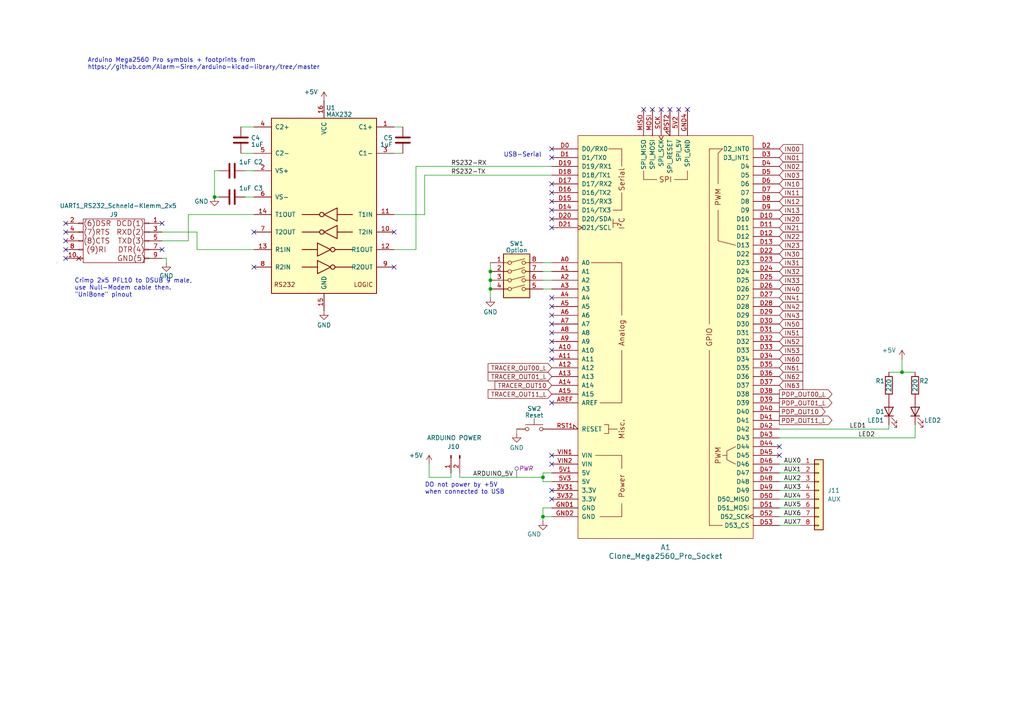
<source format=kicad_sch>
(kicad_sch (version 20230121) (generator eeschema)

  (uuid a33ae2e9-788b-465e-a796-b0850dfaa587)

  (paper "A4")

  (lib_symbols
    (symbol "Connector:Conn_01x02_Pin" (pin_names (offset 1.016) hide) (in_bom yes) (on_board yes)
      (property "Reference" "J" (at 0 2.54 0)
        (effects (font (size 1.27 1.27)))
      )
      (property "Value" "Conn_01x02_Pin" (at 0 -5.08 0)
        (effects (font (size 1.27 1.27)))
      )
      (property "Footprint" "" (at 0 0 0)
        (effects (font (size 1.27 1.27)) hide)
      )
      (property "Datasheet" "~" (at 0 0 0)
        (effects (font (size 1.27 1.27)) hide)
      )
      (property "ki_locked" "" (at 0 0 0)
        (effects (font (size 1.27 1.27)))
      )
      (property "ki_keywords" "connector" (at 0 0 0)
        (effects (font (size 1.27 1.27)) hide)
      )
      (property "ki_description" "Generic connector, single row, 01x02, script generated" (at 0 0 0)
        (effects (font (size 1.27 1.27)) hide)
      )
      (property "ki_fp_filters" "Connector*:*_1x??_*" (at 0 0 0)
        (effects (font (size 1.27 1.27)) hide)
      )
      (symbol "Conn_01x02_Pin_1_1"
        (polyline
          (pts
            (xy 1.27 -2.54)
            (xy 0.8636 -2.54)
          )
          (stroke (width 0.1524) (type default))
          (fill (type none))
        )
        (polyline
          (pts
            (xy 1.27 0)
            (xy 0.8636 0)
          )
          (stroke (width 0.1524) (type default))
          (fill (type none))
        )
        (rectangle (start 0.8636 -2.413) (end 0 -2.667)
          (stroke (width 0.1524) (type default))
          (fill (type outline))
        )
        (rectangle (start 0.8636 0.127) (end 0 -0.127)
          (stroke (width 0.1524) (type default))
          (fill (type outline))
        )
        (pin passive line (at 5.08 0 180) (length 3.81)
          (name "Pin_1" (effects (font (size 1.27 1.27))))
          (number "1" (effects (font (size 1.27 1.27))))
        )
        (pin passive line (at 5.08 -2.54 180) (length 3.81)
          (name "Pin_2" (effects (font (size 1.27 1.27))))
          (number "2" (effects (font (size 1.27 1.27))))
        )
      )
    )
    (symbol "Connector_Generic:Conn_01x08" (pin_names (offset 1.016) hide) (in_bom yes) (on_board yes)
      (property "Reference" "J" (at 0 10.16 0)
        (effects (font (size 1.27 1.27)))
      )
      (property "Value" "Conn_01x08" (at 0 -12.7 0)
        (effects (font (size 1.27 1.27)))
      )
      (property "Footprint" "" (at 0 0 0)
        (effects (font (size 1.27 1.27)) hide)
      )
      (property "Datasheet" "~" (at 0 0 0)
        (effects (font (size 1.27 1.27)) hide)
      )
      (property "ki_keywords" "connector" (at 0 0 0)
        (effects (font (size 1.27 1.27)) hide)
      )
      (property "ki_description" "Generic connector, single row, 01x08, script generated (kicad-library-utils/schlib/autogen/connector/)" (at 0 0 0)
        (effects (font (size 1.27 1.27)) hide)
      )
      (property "ki_fp_filters" "Connector*:*_1x??_*" (at 0 0 0)
        (effects (font (size 1.27 1.27)) hide)
      )
      (symbol "Conn_01x08_1_1"
        (rectangle (start -1.27 -10.033) (end 0 -10.287)
          (stroke (width 0.1524) (type default))
          (fill (type none))
        )
        (rectangle (start -1.27 -7.493) (end 0 -7.747)
          (stroke (width 0.1524) (type default))
          (fill (type none))
        )
        (rectangle (start -1.27 -4.953) (end 0 -5.207)
          (stroke (width 0.1524) (type default))
          (fill (type none))
        )
        (rectangle (start -1.27 -2.413) (end 0 -2.667)
          (stroke (width 0.1524) (type default))
          (fill (type none))
        )
        (rectangle (start -1.27 0.127) (end 0 -0.127)
          (stroke (width 0.1524) (type default))
          (fill (type none))
        )
        (rectangle (start -1.27 2.667) (end 0 2.413)
          (stroke (width 0.1524) (type default))
          (fill (type none))
        )
        (rectangle (start -1.27 5.207) (end 0 4.953)
          (stroke (width 0.1524) (type default))
          (fill (type none))
        )
        (rectangle (start -1.27 7.747) (end 0 7.493)
          (stroke (width 0.1524) (type default))
          (fill (type none))
        )
        (rectangle (start -1.27 8.89) (end 1.27 -11.43)
          (stroke (width 0.254) (type default))
          (fill (type background))
        )
        (pin passive line (at -5.08 7.62 0) (length 3.81)
          (name "Pin_1" (effects (font (size 1.27 1.27))))
          (number "1" (effects (font (size 1.27 1.27))))
        )
        (pin passive line (at -5.08 5.08 0) (length 3.81)
          (name "Pin_2" (effects (font (size 1.27 1.27))))
          (number "2" (effects (font (size 1.27 1.27))))
        )
        (pin passive line (at -5.08 2.54 0) (length 3.81)
          (name "Pin_3" (effects (font (size 1.27 1.27))))
          (number "3" (effects (font (size 1.27 1.27))))
        )
        (pin passive line (at -5.08 0 0) (length 3.81)
          (name "Pin_4" (effects (font (size 1.27 1.27))))
          (number "4" (effects (font (size 1.27 1.27))))
        )
        (pin passive line (at -5.08 -2.54 0) (length 3.81)
          (name "Pin_5" (effects (font (size 1.27 1.27))))
          (number "5" (effects (font (size 1.27 1.27))))
        )
        (pin passive line (at -5.08 -5.08 0) (length 3.81)
          (name "Pin_6" (effects (font (size 1.27 1.27))))
          (number "6" (effects (font (size 1.27 1.27))))
        )
        (pin passive line (at -5.08 -7.62 0) (length 3.81)
          (name "Pin_7" (effects (font (size 1.27 1.27))))
          (number "7" (effects (font (size 1.27 1.27))))
        )
        (pin passive line (at -5.08 -10.16 0) (length 3.81)
          (name "Pin_8" (effects (font (size 1.27 1.27))))
          (number "8" (effects (font (size 1.27 1.27))))
        )
      )
    )
    (symbol "Device:C" (pin_numbers hide) (pin_names (offset 0.254)) (in_bom yes) (on_board yes)
      (property "Reference" "C" (at 0.635 2.54 0)
        (effects (font (size 1.27 1.27)) (justify left))
      )
      (property "Value" "C" (at 0.635 -2.54 0)
        (effects (font (size 1.27 1.27)) (justify left))
      )
      (property "Footprint" "" (at 0.9652 -3.81 0)
        (effects (font (size 1.27 1.27)) hide)
      )
      (property "Datasheet" "~" (at 0 0 0)
        (effects (font (size 1.27 1.27)) hide)
      )
      (property "ki_keywords" "cap capacitor" (at 0 0 0)
        (effects (font (size 1.27 1.27)) hide)
      )
      (property "ki_description" "Unpolarized capacitor" (at 0 0 0)
        (effects (font (size 1.27 1.27)) hide)
      )
      (property "ki_fp_filters" "C_*" (at 0 0 0)
        (effects (font (size 1.27 1.27)) hide)
      )
      (symbol "C_0_1"
        (polyline
          (pts
            (xy -2.032 -0.762)
            (xy 2.032 -0.762)
          )
          (stroke (width 0.508) (type default))
          (fill (type none))
        )
        (polyline
          (pts
            (xy -2.032 0.762)
            (xy 2.032 0.762)
          )
          (stroke (width 0.508) (type default))
          (fill (type none))
        )
      )
      (symbol "C_1_1"
        (pin passive line (at 0 3.81 270) (length 2.794)
          (name "~" (effects (font (size 1.27 1.27))))
          (number "1" (effects (font (size 1.27 1.27))))
        )
        (pin passive line (at 0 -3.81 90) (length 2.794)
          (name "~" (effects (font (size 1.27 1.27))))
          (number "2" (effects (font (size 1.27 1.27))))
        )
      )
    )
    (symbol "Device:LED" (pin_numbers hide) (pin_names (offset 1.016) hide) (in_bom yes) (on_board yes)
      (property "Reference" "D" (at 0 2.54 0)
        (effects (font (size 1.27 1.27)))
      )
      (property "Value" "LED" (at 0 -2.54 0)
        (effects (font (size 1.27 1.27)))
      )
      (property "Footprint" "" (at 0 0 0)
        (effects (font (size 1.27 1.27)) hide)
      )
      (property "Datasheet" "~" (at 0 0 0)
        (effects (font (size 1.27 1.27)) hide)
      )
      (property "ki_keywords" "LED diode" (at 0 0 0)
        (effects (font (size 1.27 1.27)) hide)
      )
      (property "ki_description" "Light emitting diode" (at 0 0 0)
        (effects (font (size 1.27 1.27)) hide)
      )
      (property "ki_fp_filters" "LED* LED_SMD:* LED_THT:*" (at 0 0 0)
        (effects (font (size 1.27 1.27)) hide)
      )
      (symbol "LED_0_1"
        (polyline
          (pts
            (xy -1.27 -1.27)
            (xy -1.27 1.27)
          )
          (stroke (width 0.254) (type default))
          (fill (type none))
        )
        (polyline
          (pts
            (xy -1.27 0)
            (xy 1.27 0)
          )
          (stroke (width 0) (type default))
          (fill (type none))
        )
        (polyline
          (pts
            (xy 1.27 -1.27)
            (xy 1.27 1.27)
            (xy -1.27 0)
            (xy 1.27 -1.27)
          )
          (stroke (width 0.254) (type default))
          (fill (type none))
        )
        (polyline
          (pts
            (xy -3.048 -0.762)
            (xy -4.572 -2.286)
            (xy -3.81 -2.286)
            (xy -4.572 -2.286)
            (xy -4.572 -1.524)
          )
          (stroke (width 0) (type default))
          (fill (type none))
        )
        (polyline
          (pts
            (xy -1.778 -0.762)
            (xy -3.302 -2.286)
            (xy -2.54 -2.286)
            (xy -3.302 -2.286)
            (xy -3.302 -1.524)
          )
          (stroke (width 0) (type default))
          (fill (type none))
        )
      )
      (symbol "LED_1_1"
        (pin passive line (at -3.81 0 0) (length 2.54)
          (name "K" (effects (font (size 1.27 1.27))))
          (number "1" (effects (font (size 1.27 1.27))))
        )
        (pin passive line (at 3.81 0 180) (length 2.54)
          (name "A" (effects (font (size 1.27 1.27))))
          (number "2" (effects (font (size 1.27 1.27))))
        )
      )
    )
    (symbol "Device:R" (pin_numbers hide) (pin_names (offset 0)) (in_bom yes) (on_board yes)
      (property "Reference" "R" (at 2.032 0 90)
        (effects (font (size 1.27 1.27)))
      )
      (property "Value" "R" (at 0 0 90)
        (effects (font (size 1.27 1.27)))
      )
      (property "Footprint" "" (at -1.778 0 90)
        (effects (font (size 1.27 1.27)) hide)
      )
      (property "Datasheet" "~" (at 0 0 0)
        (effects (font (size 1.27 1.27)) hide)
      )
      (property "ki_keywords" "R res resistor" (at 0 0 0)
        (effects (font (size 1.27 1.27)) hide)
      )
      (property "ki_description" "Resistor" (at 0 0 0)
        (effects (font (size 1.27 1.27)) hide)
      )
      (property "ki_fp_filters" "R_*" (at 0 0 0)
        (effects (font (size 1.27 1.27)) hide)
      )
      (symbol "R_0_1"
        (rectangle (start -1.016 -2.54) (end 1.016 2.54)
          (stroke (width 0.254) (type default))
          (fill (type none))
        )
      )
      (symbol "R_1_1"
        (pin passive line (at 0 3.81 270) (length 1.27)
          (name "~" (effects (font (size 1.27 1.27))))
          (number "1" (effects (font (size 1.27 1.27))))
        )
        (pin passive line (at 0 -3.81 90) (length 1.27)
          (name "~" (effects (font (size 1.27 1.27))))
          (number "2" (effects (font (size 1.27 1.27))))
        )
      )
    )
    (symbol "Interface_UART:MAX232" (pin_names (offset 1.016)) (in_bom yes) (on_board yes)
      (property "Reference" "U" (at -2.54 28.575 0)
        (effects (font (size 1.27 1.27)) (justify right))
      )
      (property "Value" "MAX232" (at -2.54 26.67 0)
        (effects (font (size 1.27 1.27)) (justify right))
      )
      (property "Footprint" "" (at 1.27 -26.67 0)
        (effects (font (size 1.27 1.27)) (justify left) hide)
      )
      (property "Datasheet" "http://www.ti.com/lit/ds/symlink/max232.pdf" (at 0 2.54 0)
        (effects (font (size 1.27 1.27)) hide)
      )
      (property "ki_keywords" "rs232 uart transceiver line-driver" (at 0 0 0)
        (effects (font (size 1.27 1.27)) hide)
      )
      (property "ki_description" "Dual RS232 driver/receiver, 5V supply, 120kb/s, 0C-70C" (at 0 0 0)
        (effects (font (size 1.27 1.27)) hide)
      )
      (property "ki_fp_filters" "SOIC*P1.27mm* DIP*W7.62mm* TSSOP*4.4x5mm*P0.65mm*" (at 0 0 0)
        (effects (font (size 1.27 1.27)) hide)
      )
      (symbol "MAX232_0_0"
        (text "LOGIC" (at -11.43 -22.86 0)
          (effects (font (size 1.27 1.27)))
        )
        (text "RS232" (at 11.43 -22.86 0)
          (effects (font (size 1.27 1.27)))
        )
      )
      (symbol "MAX232_0_1"
        (rectangle (start -15.24 -25.4) (end 15.24 25.4)
          (stroke (width 0.254) (type default))
          (fill (type background))
        )
        (circle (center -2.54 -17.78) (radius 0.635)
          (stroke (width 0.254) (type default))
          (fill (type none))
        )
        (circle (center -2.54 -12.7) (radius 0.635)
          (stroke (width 0.254) (type default))
          (fill (type none))
        )
        (polyline
          (pts
            (xy -3.81 -7.62)
            (xy -8.255 -7.62)
          )
          (stroke (width 0.254) (type default))
          (fill (type none))
        )
        (polyline
          (pts
            (xy -3.81 -2.54)
            (xy -8.255 -2.54)
          )
          (stroke (width 0.254) (type default))
          (fill (type none))
        )
        (polyline
          (pts
            (xy -3.175 -17.78)
            (xy -8.255 -17.78)
          )
          (stroke (width 0.254) (type default))
          (fill (type none))
        )
        (polyline
          (pts
            (xy -3.175 -12.7)
            (xy -8.255 -12.7)
          )
          (stroke (width 0.254) (type default))
          (fill (type none))
        )
        (polyline
          (pts
            (xy 1.27 -7.62)
            (xy 6.35 -7.62)
          )
          (stroke (width 0.254) (type default))
          (fill (type none))
        )
        (polyline
          (pts
            (xy 1.27 -2.54)
            (xy 6.35 -2.54)
          )
          (stroke (width 0.254) (type default))
          (fill (type none))
        )
        (polyline
          (pts
            (xy 1.905 -17.78)
            (xy 6.35 -17.78)
          )
          (stroke (width 0.254) (type default))
          (fill (type none))
        )
        (polyline
          (pts
            (xy 1.905 -12.7)
            (xy 6.35 -12.7)
          )
          (stroke (width 0.254) (type default))
          (fill (type none))
        )
        (polyline
          (pts
            (xy -3.81 -5.715)
            (xy -3.81 -9.525)
            (xy 0 -7.62)
            (xy -3.81 -5.715)
          )
          (stroke (width 0.254) (type default))
          (fill (type none))
        )
        (polyline
          (pts
            (xy -3.81 -0.635)
            (xy -3.81 -4.445)
            (xy 0 -2.54)
            (xy -3.81 -0.635)
          )
          (stroke (width 0.254) (type default))
          (fill (type none))
        )
        (polyline
          (pts
            (xy 1.905 -15.875)
            (xy 1.905 -19.685)
            (xy -1.905 -17.78)
            (xy 1.905 -15.875)
          )
          (stroke (width 0.254) (type default))
          (fill (type none))
        )
        (polyline
          (pts
            (xy 1.905 -10.795)
            (xy 1.905 -14.605)
            (xy -1.905 -12.7)
            (xy 1.905 -10.795)
          )
          (stroke (width 0.254) (type default))
          (fill (type none))
        )
        (circle (center 0.635 -7.62) (radius 0.635)
          (stroke (width 0.254) (type default))
          (fill (type none))
        )
        (circle (center 0.635 -2.54) (radius 0.635)
          (stroke (width 0.254) (type default))
          (fill (type none))
        )
      )
      (symbol "MAX232_1_1"
        (pin passive line (at -20.32 22.86 0) (length 5.08)
          (name "C1+" (effects (font (size 1.27 1.27))))
          (number "1" (effects (font (size 1.27 1.27))))
        )
        (pin input line (at -20.32 -7.62 0) (length 5.08)
          (name "T2IN" (effects (font (size 1.27 1.27))))
          (number "10" (effects (font (size 1.27 1.27))))
        )
        (pin input line (at -20.32 -2.54 0) (length 5.08)
          (name "T1IN" (effects (font (size 1.27 1.27))))
          (number "11" (effects (font (size 1.27 1.27))))
        )
        (pin output line (at -20.32 -12.7 0) (length 5.08)
          (name "R1OUT" (effects (font (size 1.27 1.27))))
          (number "12" (effects (font (size 1.27 1.27))))
        )
        (pin input line (at 20.32 -12.7 180) (length 5.08)
          (name "R1IN" (effects (font (size 1.27 1.27))))
          (number "13" (effects (font (size 1.27 1.27))))
        )
        (pin output line (at 20.32 -2.54 180) (length 5.08)
          (name "T1OUT" (effects (font (size 1.27 1.27))))
          (number "14" (effects (font (size 1.27 1.27))))
        )
        (pin power_in line (at 0 -30.48 90) (length 5.08)
          (name "GND" (effects (font (size 1.27 1.27))))
          (number "15" (effects (font (size 1.27 1.27))))
        )
        (pin power_in line (at 0 30.48 270) (length 5.08)
          (name "VCC" (effects (font (size 1.27 1.27))))
          (number "16" (effects (font (size 1.27 1.27))))
        )
        (pin power_out line (at 20.32 10.16 180) (length 5.08)
          (name "VS+" (effects (font (size 1.27 1.27))))
          (number "2" (effects (font (size 1.27 1.27))))
        )
        (pin passive line (at -20.32 15.24 0) (length 5.08)
          (name "C1-" (effects (font (size 1.27 1.27))))
          (number "3" (effects (font (size 1.27 1.27))))
        )
        (pin passive line (at 20.32 22.86 180) (length 5.08)
          (name "C2+" (effects (font (size 1.27 1.27))))
          (number "4" (effects (font (size 1.27 1.27))))
        )
        (pin passive line (at 20.32 15.24 180) (length 5.08)
          (name "C2-" (effects (font (size 1.27 1.27))))
          (number "5" (effects (font (size 1.27 1.27))))
        )
        (pin power_out line (at 20.32 2.54 180) (length 5.08)
          (name "VS-" (effects (font (size 1.27 1.27))))
          (number "6" (effects (font (size 1.27 1.27))))
        )
        (pin output line (at 20.32 -7.62 180) (length 5.08)
          (name "T2OUT" (effects (font (size 1.27 1.27))))
          (number "7" (effects (font (size 1.27 1.27))))
        )
        (pin input line (at 20.32 -17.78 180) (length 5.08)
          (name "R2IN" (effects (font (size 1.27 1.27))))
          (number "8" (effects (font (size 1.27 1.27))))
        )
        (pin output line (at -20.32 -17.78 0) (length 5.08)
          (name "R2OUT" (effects (font (size 1.27 1.27))))
          (number "9" (effects (font (size 1.27 1.27))))
        )
      )
    )
    (symbol "Switch:SW_DIP_x04" (pin_names (offset 0) hide) (in_bom yes) (on_board yes)
      (property "Reference" "SW" (at 0 8.89 0)
        (effects (font (size 1.27 1.27)))
      )
      (property "Value" "SW_DIP_x04" (at 0 -6.35 0)
        (effects (font (size 1.27 1.27)))
      )
      (property "Footprint" "" (at 0 0 0)
        (effects (font (size 1.27 1.27)) hide)
      )
      (property "Datasheet" "~" (at 0 0 0)
        (effects (font (size 1.27 1.27)) hide)
      )
      (property "ki_keywords" "dip switch" (at 0 0 0)
        (effects (font (size 1.27 1.27)) hide)
      )
      (property "ki_description" "4x DIP Switch, Single Pole Single Throw (SPST) switch, small symbol" (at 0 0 0)
        (effects (font (size 1.27 1.27)) hide)
      )
      (property "ki_fp_filters" "SW?DIP?x4*" (at 0 0 0)
        (effects (font (size 1.27 1.27)) hide)
      )
      (symbol "SW_DIP_x04_0_0"
        (circle (center -2.032 -2.54) (radius 0.508)
          (stroke (width 0) (type default))
          (fill (type none))
        )
        (circle (center -2.032 0) (radius 0.508)
          (stroke (width 0) (type default))
          (fill (type none))
        )
        (circle (center -2.032 2.54) (radius 0.508)
          (stroke (width 0) (type default))
          (fill (type none))
        )
        (circle (center -2.032 5.08) (radius 0.508)
          (stroke (width 0) (type default))
          (fill (type none))
        )
        (polyline
          (pts
            (xy -1.524 -2.3876)
            (xy 2.3622 -1.3462)
          )
          (stroke (width 0) (type default))
          (fill (type none))
        )
        (polyline
          (pts
            (xy -1.524 0.127)
            (xy 2.3622 1.1684)
          )
          (stroke (width 0) (type default))
          (fill (type none))
        )
        (polyline
          (pts
            (xy -1.524 2.667)
            (xy 2.3622 3.7084)
          )
          (stroke (width 0) (type default))
          (fill (type none))
        )
        (polyline
          (pts
            (xy -1.524 5.207)
            (xy 2.3622 6.2484)
          )
          (stroke (width 0) (type default))
          (fill (type none))
        )
        (circle (center 2.032 -2.54) (radius 0.508)
          (stroke (width 0) (type default))
          (fill (type none))
        )
        (circle (center 2.032 0) (radius 0.508)
          (stroke (width 0) (type default))
          (fill (type none))
        )
        (circle (center 2.032 2.54) (radius 0.508)
          (stroke (width 0) (type default))
          (fill (type none))
        )
        (circle (center 2.032 5.08) (radius 0.508)
          (stroke (width 0) (type default))
          (fill (type none))
        )
      )
      (symbol "SW_DIP_x04_0_1"
        (rectangle (start -3.81 7.62) (end 3.81 -5.08)
          (stroke (width 0.254) (type default))
          (fill (type background))
        )
      )
      (symbol "SW_DIP_x04_1_1"
        (pin passive line (at -7.62 5.08 0) (length 5.08)
          (name "~" (effects (font (size 1.27 1.27))))
          (number "1" (effects (font (size 1.27 1.27))))
        )
        (pin passive line (at -7.62 2.54 0) (length 5.08)
          (name "~" (effects (font (size 1.27 1.27))))
          (number "2" (effects (font (size 1.27 1.27))))
        )
        (pin passive line (at -7.62 0 0) (length 5.08)
          (name "~" (effects (font (size 1.27 1.27))))
          (number "3" (effects (font (size 1.27 1.27))))
        )
        (pin passive line (at -7.62 -2.54 0) (length 5.08)
          (name "~" (effects (font (size 1.27 1.27))))
          (number "4" (effects (font (size 1.27 1.27))))
        )
        (pin passive line (at 7.62 -2.54 180) (length 5.08)
          (name "~" (effects (font (size 1.27 1.27))))
          (number "5" (effects (font (size 1.27 1.27))))
        )
        (pin passive line (at 7.62 0 180) (length 5.08)
          (name "~" (effects (font (size 1.27 1.27))))
          (number "6" (effects (font (size 1.27 1.27))))
        )
        (pin passive line (at 7.62 2.54 180) (length 5.08)
          (name "~" (effects (font (size 1.27 1.27))))
          (number "7" (effects (font (size 1.27 1.27))))
        )
        (pin passive line (at 7.62 5.08 180) (length 5.08)
          (name "~" (effects (font (size 1.27 1.27))))
          (number "8" (effects (font (size 1.27 1.27))))
        )
      )
    )
    (symbol "Switch:SW_Push" (pin_numbers hide) (pin_names (offset 1.016) hide) (in_bom yes) (on_board yes)
      (property "Reference" "SW" (at 1.27 2.54 0)
        (effects (font (size 1.27 1.27)) (justify left))
      )
      (property "Value" "SW_Push" (at 0 -1.524 0)
        (effects (font (size 1.27 1.27)))
      )
      (property "Footprint" "" (at 0 5.08 0)
        (effects (font (size 1.27 1.27)) hide)
      )
      (property "Datasheet" "~" (at 0 5.08 0)
        (effects (font (size 1.27 1.27)) hide)
      )
      (property "ki_keywords" "switch normally-open pushbutton push-button" (at 0 0 0)
        (effects (font (size 1.27 1.27)) hide)
      )
      (property "ki_description" "Push button switch, generic, two pins" (at 0 0 0)
        (effects (font (size 1.27 1.27)) hide)
      )
      (symbol "SW_Push_0_1"
        (circle (center -2.032 0) (radius 0.508)
          (stroke (width 0) (type default))
          (fill (type none))
        )
        (polyline
          (pts
            (xy 0 1.27)
            (xy 0 3.048)
          )
          (stroke (width 0) (type default))
          (fill (type none))
        )
        (polyline
          (pts
            (xy 2.54 1.27)
            (xy -2.54 1.27)
          )
          (stroke (width 0) (type default))
          (fill (type none))
        )
        (circle (center 2.032 0) (radius 0.508)
          (stroke (width 0) (type default))
          (fill (type none))
        )
        (pin passive line (at -5.08 0 0) (length 2.54)
          (name "1" (effects (font (size 1.27 1.27))))
          (number "1" (effects (font (size 1.27 1.27))))
        )
        (pin passive line (at 5.08 0 180) (length 2.54)
          (name "2" (effects (font (size 1.27 1.27))))
          (number "2" (effects (font (size 1.27 1.27))))
        )
      )
    )
    (symbol "arduino-library:Clone_Mega2560_Pro_Socket" (pin_names (offset 1.016)) (in_bom yes) (on_board yes)
      (property "Reference" "A" (at 0 -62.23 0)
        (effects (font (size 1.524 1.524)))
      )
      (property "Value" "Clone_Mega2560_Pro_Socket" (at 0 -66.04 0)
        (effects (font (size 1.524 1.524)))
      )
      (property "Footprint" "PCM_arduino-library:Clone_Mega2560_Pro_Socket" (at 0 -73.66 0)
        (effects (font (size 1.524 1.524)) hide)
      )
      (property "Datasheet" "https://www.pcboard.ca/mega-2560-pro" (at 0 -69.85 0)
        (effects (font (size 1.524 1.524)) hide)
      )
      (property "ki_keywords" "Clone MPU Shield" (at 0 0 0)
        (effects (font (size 1.27 1.27)) hide)
      )
      (property "ki_description" "Socket for Common Unofficial Mega2560 Pro Clone" (at 0 0 0)
        (effects (font (size 1.27 1.27)) hide)
      )
      (property "ki_fp_filters" "Clone_Mega2560_Pro_Shield" (at 0 0 0)
        (effects (font (size 1.27 1.27)) hide)
      )
      (symbol "Clone_Mega2560_Pro_Socket_0_0"
        (rectangle (start -25.4 -58.42) (end 25.4 58.42)
          (stroke (width 0) (type default))
          (fill (type background))
        )
        (rectangle (start -20.32 -34.29) (end -12.7 -34.29)
          (stroke (width 0) (type default))
          (fill (type none))
        )
        (rectangle (start -19.05 -52.07) (end -12.7 -52.07)
          (stroke (width 0) (type default))
          (fill (type none))
        )
        (rectangle (start -19.05 -19.05) (end -12.7 -19.05)
          (stroke (width 0) (type default))
          (fill (type none))
        )
        (rectangle (start -17.78 -27.94) (end -16.51 -27.94)
          (stroke (width 0) (type default))
          (fill (type none))
        )
        (rectangle (start -17.78 -25.4) (end -16.51 -25.4)
          (stroke (width 0) (type default))
          (fill (type none))
        )
        (rectangle (start -16.51 -26.67) (end -13.97 -26.67)
          (stroke (width 0) (type default))
          (fill (type none))
        )
        (rectangle (start -16.51 -25.4) (end -16.51 -27.94)
          (stroke (width 0) (type default))
          (fill (type none))
        )
        (rectangle (start -16.51 54.61) (end -12.7 54.61)
          (stroke (width 0) (type default))
          (fill (type none))
        )
        (rectangle (start -15.24 33.02) (end -13.97 33.02)
          (stroke (width 0) (type default))
          (fill (type none))
        )
        (rectangle (start -15.24 34.29) (end -15.24 31.75)
          (stroke (width 0) (type default))
          (fill (type none))
        )
        (rectangle (start -15.24 36.83) (end -12.7 36.83)
          (stroke (width 0) (type default))
          (fill (type none))
        )
        (rectangle (start -12.7 -48.26) (end -12.7 -52.07)
          (stroke (width 0) (type default))
          (fill (type none))
        )
        (rectangle (start -12.7 -34.29) (end -12.7 -38.1)
          (stroke (width 0) (type default))
          (fill (type none))
        )
        (rectangle (start -12.7 41.91) (end -12.7 36.83)
          (stroke (width 0) (type default))
          (fill (type none))
        )
        (rectangle (start -12.7 49.53) (end -12.7 54.61)
          (stroke (width 0) (type default))
          (fill (type none))
        )
        (rectangle (start -6.35 48.26) (end -6.35 45.72)
          (stroke (width 0) (type default))
          (fill (type none))
        )
        (rectangle (start -2.54 45.72) (end -6.35 45.72)
          (stroke (width 0) (type default))
          (fill (type none))
        )
        (polyline
          (pts
            (xy -21.59 21.59)
            (xy -12.7 21.59)
          )
          (stroke (width 0) (type default))
          (fill (type none))
        )
        (polyline
          (pts
            (xy -12.7 -19.05)
            (xy -12.7 -3.81)
          )
          (stroke (width 0) (type default))
          (fill (type none))
        )
        (polyline
          (pts
            (xy -12.7 6.35)
            (xy -12.7 21.59)
          )
          (stroke (width 0) (type default))
          (fill (type none))
        )
        (polyline
          (pts
            (xy 12.7 -54.61)
            (xy 16.51 -54.61)
          )
          (stroke (width 0) (type default))
          (fill (type none))
        )
        (polyline
          (pts
            (xy 12.7 54.61)
            (xy 16.51 54.61)
          )
          (stroke (width 0) (type default))
          (fill (type none))
        )
        (polyline
          (pts
            (xy 17.78 -34.29)
            (xy 16.51 -34.29)
          )
          (stroke (width 0) (type default))
          (fill (type none))
        )
        (polyline
          (pts
            (xy 15.24 36.83)
            (xy 15.24 27.94)
            (xy 20.32 26.67)
          )
          (stroke (width 0) (type default))
          (fill (type none))
        )
        (polyline
          (pts
            (xy 15.24 44.45)
            (xy 15.24 53.34)
            (xy 16.51 54.61)
          )
          (stroke (width 0) (type default))
          (fill (type none))
        )
        (polyline
          (pts
            (xy 20.32 -31.75)
            (xy 17.78 -33.02)
            (xy 17.78 -35.56)
            (xy 20.32 -36.83)
          )
          (stroke (width 0) (type default))
          (fill (type none))
        )
        (rectangle (start 6.35 45.72) (end 2.54 45.72)
          (stroke (width 0) (type default))
          (fill (type none))
        )
        (rectangle (start 6.35 48.26) (end 6.35 45.72)
          (stroke (width 0) (type default))
          (fill (type none))
        )
        (text "Analog" (at -12.7 1.27 900)
          (effects (font (size 1.524 1.524)))
        )
        (text "I²C" (at -12.7 33.02 900)
          (effects (font (size 1.524 1.524)))
        )
        (text "Misc." (at -12.7 -26.67 900)
          (effects (font (size 1.524 1.524)))
        )
        (text "Power" (at -12.7 -43.18 900)
          (effects (font (size 1.524 1.524)))
        )
        (text "PWM" (at 15.24 -34.29 900)
          (effects (font (size 1.524 1.524)))
        )
        (text "PWM" (at 15.24 40.64 900)
          (effects (font (size 1.524 1.524)))
        )
        (text "Serial" (at -12.7 45.72 900)
          (effects (font (size 1.524 1.524)))
        )
        (text "SPI" (at 0 45.72 0)
          (effects (font (size 1.524 1.524)))
        )
      )
      (symbol "Clone_Mega2560_Pro_Socket_1_0"
        (rectangle (start 12.7 -54.61) (end 12.7 -3.81)
          (stroke (width 0) (type default))
          (fill (type none))
        )
        (rectangle (start 12.7 54.61) (end 12.7 3.81)
          (stroke (width 0) (type default))
          (fill (type none))
        )
        (text "GPIO" (at 12.7 0 900)
          (effects (font (size 1.524 1.524)))
        )
      )
      (symbol "Clone_Mega2560_Pro_Socket_1_1"
        (pin power_out line (at -33.02 -44.45 0) (length 7.62)
          (name "3.3V" (effects (font (size 1.27 1.27))))
          (number "3V31" (effects (font (size 1.27 1.27))))
        )
        (pin power_out line (at -33.02 -46.99 0) (length 7.62)
          (name "3.3V" (effects (font (size 1.27 1.27))))
          (number "3V32" (effects (font (size 1.27 1.27))))
        )
        (pin power_in line (at -33.02 -39.37 0) (length 7.62)
          (name "5V" (effects (font (size 1.27 1.27))))
          (number "5V1" (effects (font (size 1.27 1.27))))
        )
        (pin power_in line (at 3.81 66.04 270) (length 7.62)
          (name "SPI_5V" (effects (font (size 1.27 1.27))))
          (number "5V2" (effects (font (size 1.27 1.27))))
        )
        (pin power_in line (at -33.02 -41.91 0) (length 7.62)
          (name "5V" (effects (font (size 1.27 1.27))))
          (number "5V3" (effects (font (size 1.27 1.27))))
        )
        (pin bidirectional line (at -33.02 21.59 0) (length 7.62)
          (name "A0" (effects (font (size 1.27 1.27))))
          (number "A0" (effects (font (size 1.27 1.27))))
        )
        (pin bidirectional line (at -33.02 19.05 0) (length 7.62)
          (name "A1" (effects (font (size 1.27 1.27))))
          (number "A1" (effects (font (size 1.27 1.27))))
        )
        (pin bidirectional line (at -33.02 -3.81 0) (length 7.62)
          (name "A10" (effects (font (size 1.27 1.27))))
          (number "A10" (effects (font (size 1.27 1.27))))
        )
        (pin bidirectional line (at -33.02 -6.35 0) (length 7.62)
          (name "A11" (effects (font (size 1.27 1.27))))
          (number "A11" (effects (font (size 1.27 1.27))))
        )
        (pin bidirectional line (at -33.02 -8.89 0) (length 7.62)
          (name "A12" (effects (font (size 1.27 1.27))))
          (number "A12" (effects (font (size 1.27 1.27))))
        )
        (pin bidirectional line (at -33.02 -11.43 0) (length 7.62)
          (name "A13" (effects (font (size 1.27 1.27))))
          (number "A13" (effects (font (size 1.27 1.27))))
        )
        (pin bidirectional line (at -33.02 -13.97 0) (length 7.62)
          (name "A14" (effects (font (size 1.27 1.27))))
          (number "A14" (effects (font (size 1.27 1.27))))
        )
        (pin bidirectional line (at -33.02 -16.51 0) (length 7.62)
          (name "A15" (effects (font (size 1.27 1.27))))
          (number "A15" (effects (font (size 1.27 1.27))))
        )
        (pin bidirectional line (at -33.02 16.51 0) (length 7.62)
          (name "A2" (effects (font (size 1.27 1.27))))
          (number "A2" (effects (font (size 1.27 1.27))))
        )
        (pin bidirectional line (at -33.02 13.97 0) (length 7.62)
          (name "A3" (effects (font (size 1.27 1.27))))
          (number "A3" (effects (font (size 1.27 1.27))))
        )
        (pin bidirectional line (at -33.02 11.43 0) (length 7.62)
          (name "A4" (effects (font (size 1.27 1.27))))
          (number "A4" (effects (font (size 1.27 1.27))))
        )
        (pin bidirectional line (at -33.02 8.89 0) (length 7.62)
          (name "A5" (effects (font (size 1.27 1.27))))
          (number "A5" (effects (font (size 1.27 1.27))))
        )
        (pin bidirectional line (at -33.02 6.35 0) (length 7.62)
          (name "A6" (effects (font (size 1.27 1.27))))
          (number "A6" (effects (font (size 1.27 1.27))))
        )
        (pin bidirectional line (at -33.02 3.81 0) (length 7.62)
          (name "A7" (effects (font (size 1.27 1.27))))
          (number "A7" (effects (font (size 1.27 1.27))))
        )
        (pin bidirectional line (at -33.02 1.27 0) (length 7.62)
          (name "A8" (effects (font (size 1.27 1.27))))
          (number "A8" (effects (font (size 1.27 1.27))))
        )
        (pin bidirectional line (at -33.02 -1.27 0) (length 7.62)
          (name "A9" (effects (font (size 1.27 1.27))))
          (number "A9" (effects (font (size 1.27 1.27))))
        )
        (pin input line (at -33.02 -19.05 0) (length 7.62)
          (name "AREF" (effects (font (size 1.27 1.27))))
          (number "AREF" (effects (font (size 1.27 1.27))))
        )
        (pin bidirectional line (at -33.02 54.61 0) (length 7.62)
          (name "D0/RX0" (effects (font (size 1.27 1.27))))
          (number "D0" (effects (font (size 1.27 1.27))))
        )
        (pin bidirectional line (at -33.02 52.07 0) (length 7.62)
          (name "D1/TX0" (effects (font (size 1.27 1.27))))
          (number "D1" (effects (font (size 1.27 1.27))))
        )
        (pin bidirectional line (at 33.02 34.29 180) (length 7.62)
          (name "D10" (effects (font (size 1.27 1.27))))
          (number "D10" (effects (font (size 1.27 1.27))))
        )
        (pin bidirectional line (at 33.02 31.75 180) (length 7.62)
          (name "D11" (effects (font (size 1.27 1.27))))
          (number "D11" (effects (font (size 1.27 1.27))))
        )
        (pin bidirectional line (at 33.02 29.21 180) (length 7.62)
          (name "D12" (effects (font (size 1.27 1.27))))
          (number "D12" (effects (font (size 1.27 1.27))))
        )
        (pin bidirectional line (at 33.02 26.67 180) (length 7.62)
          (name "D13" (effects (font (size 1.27 1.27))))
          (number "D13" (effects (font (size 1.27 1.27))))
        )
        (pin bidirectional line (at -33.02 36.83 0) (length 7.62)
          (name "D14/TX3" (effects (font (size 1.27 1.27))))
          (number "D14" (effects (font (size 1.27 1.27))))
        )
        (pin bidirectional line (at -33.02 39.37 0) (length 7.62)
          (name "D15/RX3" (effects (font (size 1.27 1.27))))
          (number "D15" (effects (font (size 1.27 1.27))))
        )
        (pin bidirectional line (at -33.02 41.91 0) (length 7.62)
          (name "D16/TX2" (effects (font (size 1.27 1.27))))
          (number "D16" (effects (font (size 1.27 1.27))))
        )
        (pin bidirectional line (at -33.02 44.45 0) (length 7.62)
          (name "D17/RX2" (effects (font (size 1.27 1.27))))
          (number "D17" (effects (font (size 1.27 1.27))))
        )
        (pin bidirectional line (at -33.02 46.99 0) (length 7.62)
          (name "D18/TX1" (effects (font (size 1.27 1.27))))
          (number "D18" (effects (font (size 1.27 1.27))))
        )
        (pin bidirectional line (at -33.02 49.53 0) (length 7.62)
          (name "D19/RX1" (effects (font (size 1.27 1.27))))
          (number "D19" (effects (font (size 1.27 1.27))))
        )
        (pin bidirectional line (at 33.02 54.61 180) (length 7.62)
          (name "D2_INT0" (effects (font (size 1.27 1.27))))
          (number "D2" (effects (font (size 1.27 1.27))))
        )
        (pin bidirectional line (at -33.02 34.29 0) (length 7.62)
          (name "D20/SDA" (effects (font (size 1.27 1.27))))
          (number "D20" (effects (font (size 1.27 1.27))))
        )
        (pin bidirectional clock (at -33.02 31.75 0) (length 7.62)
          (name "D21/SCL" (effects (font (size 1.27 1.27))))
          (number "D21" (effects (font (size 1.27 1.27))))
        )
        (pin bidirectional line (at 33.02 24.13 180) (length 7.62)
          (name "D22" (effects (font (size 1.27 1.27))))
          (number "D22" (effects (font (size 1.27 1.27))))
        )
        (pin bidirectional line (at 33.02 21.59 180) (length 7.62)
          (name "D23" (effects (font (size 1.27 1.27))))
          (number "D23" (effects (font (size 1.27 1.27))))
        )
        (pin bidirectional line (at 33.02 19.05 180) (length 7.62)
          (name "D24" (effects (font (size 1.27 1.27))))
          (number "D24" (effects (font (size 1.27 1.27))))
        )
        (pin bidirectional line (at 33.02 16.51 180) (length 7.62)
          (name "D25" (effects (font (size 1.27 1.27))))
          (number "D25" (effects (font (size 1.27 1.27))))
        )
        (pin bidirectional line (at 33.02 13.97 180) (length 7.62)
          (name "D26" (effects (font (size 1.27 1.27))))
          (number "D26" (effects (font (size 1.27 1.27))))
        )
        (pin bidirectional line (at 33.02 11.43 180) (length 7.62)
          (name "D27" (effects (font (size 1.27 1.27))))
          (number "D27" (effects (font (size 1.27 1.27))))
        )
        (pin bidirectional line (at 33.02 8.89 180) (length 7.62)
          (name "D28" (effects (font (size 1.27 1.27))))
          (number "D28" (effects (font (size 1.27 1.27))))
        )
        (pin bidirectional line (at 33.02 6.35 180) (length 7.62)
          (name "D29" (effects (font (size 1.27 1.27))))
          (number "D29" (effects (font (size 1.27 1.27))))
        )
        (pin bidirectional line (at 33.02 52.07 180) (length 7.62)
          (name "D3_INT1" (effects (font (size 1.27 1.27))))
          (number "D3" (effects (font (size 1.27 1.27))))
        )
        (pin bidirectional line (at 33.02 3.81 180) (length 7.62)
          (name "D30" (effects (font (size 1.27 1.27))))
          (number "D30" (effects (font (size 1.27 1.27))))
        )
        (pin bidirectional line (at 33.02 1.27 180) (length 7.62)
          (name "D31" (effects (font (size 1.27 1.27))))
          (number "D31" (effects (font (size 1.27 1.27))))
        )
        (pin bidirectional line (at 33.02 -1.27 180) (length 7.62)
          (name "D32" (effects (font (size 1.27 1.27))))
          (number "D32" (effects (font (size 1.27 1.27))))
        )
        (pin bidirectional line (at 33.02 -3.81 180) (length 7.62)
          (name "D33" (effects (font (size 1.27 1.27))))
          (number "D33" (effects (font (size 1.27 1.27))))
        )
        (pin bidirectional line (at 33.02 -6.35 180) (length 7.62)
          (name "D34" (effects (font (size 1.27 1.27))))
          (number "D34" (effects (font (size 1.27 1.27))))
        )
        (pin bidirectional line (at 33.02 -8.89 180) (length 7.62)
          (name "D35" (effects (font (size 1.27 1.27))))
          (number "D35" (effects (font (size 1.27 1.27))))
        )
        (pin bidirectional line (at 33.02 -11.43 180) (length 7.62)
          (name "D36" (effects (font (size 1.27 1.27))))
          (number "D36" (effects (font (size 1.27 1.27))))
        )
        (pin bidirectional line (at 33.02 -13.97 180) (length 7.62)
          (name "D37" (effects (font (size 1.27 1.27))))
          (number "D37" (effects (font (size 1.27 1.27))))
        )
        (pin bidirectional line (at 33.02 -16.51 180) (length 7.62)
          (name "D38" (effects (font (size 1.27 1.27))))
          (number "D38" (effects (font (size 1.27 1.27))))
        )
        (pin bidirectional line (at 33.02 -19.05 180) (length 7.62)
          (name "D39" (effects (font (size 1.27 1.27))))
          (number "D39" (effects (font (size 1.27 1.27))))
        )
        (pin bidirectional line (at 33.02 49.53 180) (length 7.62)
          (name "D4" (effects (font (size 1.27 1.27))))
          (number "D4" (effects (font (size 1.27 1.27))))
        )
        (pin bidirectional line (at 33.02 -21.59 180) (length 7.62)
          (name "D40" (effects (font (size 1.27 1.27))))
          (number "D40" (effects (font (size 1.27 1.27))))
        )
        (pin bidirectional line (at 33.02 -24.13 180) (length 7.62)
          (name "D41" (effects (font (size 1.27 1.27))))
          (number "D41" (effects (font (size 1.27 1.27))))
        )
        (pin bidirectional line (at 33.02 -26.67 180) (length 7.62)
          (name "D42" (effects (font (size 1.27 1.27))))
          (number "D42" (effects (font (size 1.27 1.27))))
        )
        (pin bidirectional line (at 33.02 -29.21 180) (length 7.62)
          (name "D43" (effects (font (size 1.27 1.27))))
          (number "D43" (effects (font (size 1.27 1.27))))
        )
        (pin bidirectional line (at 33.02 -31.75 180) (length 7.62)
          (name "D44" (effects (font (size 1.27 1.27))))
          (number "D44" (effects (font (size 1.27 1.27))))
        )
        (pin bidirectional line (at 33.02 -34.29 180) (length 7.62)
          (name "D45" (effects (font (size 1.27 1.27))))
          (number "D45" (effects (font (size 1.27 1.27))))
        )
        (pin bidirectional line (at 33.02 -36.83 180) (length 7.62)
          (name "D46" (effects (font (size 1.27 1.27))))
          (number "D46" (effects (font (size 1.27 1.27))))
        )
        (pin bidirectional line (at 33.02 -39.37 180) (length 7.62)
          (name "D47" (effects (font (size 1.27 1.27))))
          (number "D47" (effects (font (size 1.27 1.27))))
        )
        (pin bidirectional line (at 33.02 -41.91 180) (length 7.62)
          (name "D48" (effects (font (size 1.27 1.27))))
          (number "D48" (effects (font (size 1.27 1.27))))
        )
        (pin bidirectional line (at 33.02 -44.45 180) (length 7.62)
          (name "D49" (effects (font (size 1.27 1.27))))
          (number "D49" (effects (font (size 1.27 1.27))))
        )
        (pin bidirectional line (at 33.02 46.99 180) (length 7.62)
          (name "D5" (effects (font (size 1.27 1.27))))
          (number "D5" (effects (font (size 1.27 1.27))))
        )
        (pin bidirectional line (at 33.02 -46.99 180) (length 7.62)
          (name "D50_MISO" (effects (font (size 1.27 1.27))))
          (number "D50" (effects (font (size 1.27 1.27))))
        )
        (pin bidirectional line (at 33.02 -49.53 180) (length 7.62)
          (name "D51_MOSI" (effects (font (size 1.27 1.27))))
          (number "D51" (effects (font (size 1.27 1.27))))
        )
        (pin bidirectional clock (at 33.02 -52.07 180) (length 7.62)
          (name "D52_SCK" (effects (font (size 1.27 1.27))))
          (number "D52" (effects (font (size 1.27 1.27))))
        )
        (pin bidirectional line (at 33.02 -54.61 180) (length 7.62)
          (name "D53_CS" (effects (font (size 1.27 1.27))))
          (number "D53" (effects (font (size 1.27 1.27))))
        )
        (pin bidirectional line (at 33.02 44.45 180) (length 7.62)
          (name "D6" (effects (font (size 1.27 1.27))))
          (number "D6" (effects (font (size 1.27 1.27))))
        )
        (pin bidirectional line (at 33.02 41.91 180) (length 7.62)
          (name "D7" (effects (font (size 1.27 1.27))))
          (number "D7" (effects (font (size 1.27 1.27))))
        )
        (pin bidirectional line (at 33.02 39.37 180) (length 7.62)
          (name "D8" (effects (font (size 1.27 1.27))))
          (number "D8" (effects (font (size 1.27 1.27))))
        )
        (pin bidirectional line (at 33.02 36.83 180) (length 7.62)
          (name "D9" (effects (font (size 1.27 1.27))))
          (number "D9" (effects (font (size 1.27 1.27))))
        )
        (pin power_in line (at -33.02 -49.53 0) (length 7.62)
          (name "GND" (effects (font (size 1.27 1.27))))
          (number "GND1" (effects (font (size 1.27 1.27))))
        )
        (pin power_in line (at -33.02 -52.07 0) (length 7.62)
          (name "GND" (effects (font (size 1.27 1.27))))
          (number "GND2" (effects (font (size 1.27 1.27))))
        )
        (pin power_in line (at 6.35 66.04 270) (length 7.62)
          (name "SPI_GND" (effects (font (size 1.27 1.27))))
          (number "GND4" (effects (font (size 1.27 1.27))))
        )
        (pin input line (at -6.35 66.04 270) (length 7.62)
          (name "SPI_MISO" (effects (font (size 1.27 1.27))))
          (number "MISO" (effects (font (size 1.27 1.27))))
        )
        (pin output line (at -3.81 66.04 270) (length 7.62)
          (name "SPI_MOSI" (effects (font (size 1.27 1.27))))
          (number "MOSI" (effects (font (size 1.27 1.27))))
        )
        (pin open_collector input_low (at -33.02 -26.67 0) (length 7.62)
          (name "RESET" (effects (font (size 1.27 1.27))))
          (number "RST1" (effects (font (size 1.27 1.27))))
        )
        (pin open_collector input_low (at 1.27 66.04 270) (length 7.62)
          (name "SPI_RESET" (effects (font (size 1.27 1.27))))
          (number "RST2" (effects (font (size 1.27 1.27))))
        )
        (pin output clock (at -1.27 66.04 270) (length 7.62)
          (name "SPI_SCK" (effects (font (size 1.27 1.27))))
          (number "SCK" (effects (font (size 1.27 1.27))))
        )
        (pin power_in line (at -33.02 -34.29 0) (length 7.62)
          (name "VIN" (effects (font (size 1.27 1.27))))
          (number "VIN1" (effects (font (size 1.27 1.27))))
        )
        (pin power_in line (at -33.02 -36.83 0) (length 7.62)
          (name "VIN" (effects (font (size 1.27 1.27))))
          (number "VIN2" (effects (font (size 1.27 1.27))))
        )
      )
    )
    (symbol "jh:RS232_Schneid-Klemm_2x5" (pin_names (offset 1.016) hide) (in_bom yes) (on_board yes)
      (property "Reference" "J" (at -6.35 7.62 0)
        (effects (font (size 1.27 1.27)))
      )
      (property "Value" "RS232_Schneid-Klemm_2x5" (at 1.27 -7.62 0)
        (effects (font (size 1.27 1.27)))
      )
      (property "Footprint" "" (at -7.62 0 0)
        (effects (font (size 1.27 1.27)) hide)
      )
      (property "Datasheet" "~" (at -7.62 0 0)
        (effects (font (size 1.27 1.27)) hide)
      )
      (property "ki_keywords" "connector" (at 0 0 0)
        (effects (font (size 1.27 1.27)) hide)
      )
      (property "ki_description" "Generic connector, double row, 02x05, odd/even pin numbering scheme (row 1 odd numbers, row 2 even numbers)" (at 0 0 0)
        (effects (font (size 1.27 1.27)) hide)
      )
      (property "ki_fp_filters" "Connector*:*2x??x*mm* Connector*:*2x???Pitch* Pin_Header_Straight_2X* Pin_Header_Angled_2X* Socket_Strip_Straight_2X* Socket_Strip_Angled_2X*" (at 0 0 0)
        (effects (font (size 1.27 1.27)) hide)
      )
      (symbol "RS232_Schneid-Klemm_2x5_0_0"
        (rectangle (start -7.62 6.35) (end 10.16 -6.35)
          (stroke (width 0) (type solid))
          (fill (type none))
        )
        (rectangle (start 17.78 -6.35) (end 17.78 -6.35)
          (stroke (width 0) (type solid))
          (fill (type none))
        )
        (text "(6)DSR" (at 10.16 5.08 0)
          (effects (font (size 1.524 1.524)) (justify right))
        )
        (text "(7)RTS" (at 10.16 2.54 0)
          (effects (font (size 1.524 1.524)) (justify right))
        )
        (text "(8)CTS" (at 10.16 0 0)
          (effects (font (size 1.524 1.524)) (justify right))
        )
        (text "(9)RI" (at 6.35 -2.54 0)
          (effects (font (size 1.524 1.524)))
        )
        (text "DCD(1)" (at -7.62 5.08 0)
          (effects (font (size 1.524 1.524)) (justify left))
        )
        (text "DTR(4)" (at -3.81 -2.54 0)
          (effects (font (size 1.524 1.524)))
        )
        (text "GND(5)" (at -3.81 -5.08 0)
          (effects (font (size 1.524 1.524)))
        )
        (text "RXD(2)" (at -7.62 2.54 0)
          (effects (font (size 1.524 1.524)) (justify left))
        )
        (text "TXD(3)" (at -7.62 0 0)
          (effects (font (size 1.524 1.524)) (justify left))
        )
      )
      (symbol "RS232_Schneid-Klemm_2x5_1_1"
        (rectangle (start -8.89 -4.953) (end -7.62 -5.207)
          (stroke (width 0.1524) (type solid))
          (fill (type none))
        )
        (rectangle (start -8.89 -2.413) (end -7.62 -2.667)
          (stroke (width 0.1524) (type solid))
          (fill (type none))
        )
        (rectangle (start -8.89 0.127) (end -7.62 -0.127)
          (stroke (width 0.1524) (type solid))
          (fill (type none))
        )
        (rectangle (start -8.89 2.667) (end -7.62 2.413)
          (stroke (width 0.1524) (type solid))
          (fill (type none))
        )
        (rectangle (start -8.89 5.207) (end -7.62 4.953)
          (stroke (width 0.1524) (type solid))
          (fill (type none))
        )
        (rectangle (start 11.43 -4.953) (end 10.16 -5.207)
          (stroke (width 0.1524) (type solid))
          (fill (type none))
        )
        (rectangle (start 11.43 -2.413) (end 10.16 -2.667)
          (stroke (width 0.1524) (type solid))
          (fill (type none))
        )
        (rectangle (start 11.43 0.127) (end 10.16 -0.127)
          (stroke (width 0.1524) (type solid))
          (fill (type none))
        )
        (rectangle (start 11.43 2.667) (end 10.16 2.413)
          (stroke (width 0.1524) (type solid))
          (fill (type none))
        )
        (rectangle (start 11.43 5.207) (end 10.16 4.953)
          (stroke (width 0.1524) (type solid))
          (fill (type none))
        )
        (pin passive line (at -12.7 5.08 0) (length 3.81)
          (name "DCD" (effects (font (size 1.27 1.27))))
          (number "1" (effects (font (size 1.27 1.27))))
        )
        (pin passive non_logic (at 15.24 -5.08 180) (length 3.81)
          (name "Pin_10" (effects (font (size 1.27 1.27))))
          (number "10" (effects (font (size 1.27 1.27))))
        )
        (pin passive line (at 15.24 5.08 180) (length 3.81)
          (name "DSR" (effects (font (size 1.27 1.27))))
          (number "2" (effects (font (size 1.27 1.27))))
        )
        (pin output line (at -12.7 2.54 0) (length 3.81)
          (name "RXD" (effects (font (size 1.27 1.27))))
          (number "3" (effects (font (size 1.27 1.27))))
        )
        (pin passive line (at 15.24 2.54 180) (length 3.81)
          (name "RTS" (effects (font (size 1.27 1.27))))
          (number "4" (effects (font (size 1.27 1.27))))
        )
        (pin input line (at -12.7 0 0) (length 3.81)
          (name "TXD" (effects (font (size 1.27 1.27))))
          (number "5" (effects (font (size 1.27 1.27))))
        )
        (pin passive line (at 15.24 0 180) (length 3.81)
          (name "CTS" (effects (font (size 1.27 1.27))))
          (number "6" (effects (font (size 1.27 1.27))))
        )
        (pin passive line (at -12.7 -2.54 0) (length 3.81)
          (name "DTR" (effects (font (size 1.27 1.27))))
          (number "7" (effects (font (size 1.27 1.27))))
        )
        (pin passive line (at 15.24 -2.54 180) (length 3.81)
          (name "RI" (effects (font (size 1.27 1.27))))
          (number "8" (effects (font (size 1.27 1.27))))
        )
        (pin power_in line (at -12.7 -5.08 0) (length 3.81)
          (name "GND" (effects (font (size 1.27 1.27))))
          (number "9" (effects (font (size 1.27 1.27))))
        )
      )
    )
    (symbol "power:+5V" (power) (pin_names (offset 0)) (in_bom yes) (on_board yes)
      (property "Reference" "#PWR" (at 0 -3.81 0)
        (effects (font (size 1.27 1.27)) hide)
      )
      (property "Value" "+5V" (at 0 3.556 0)
        (effects (font (size 1.27 1.27)))
      )
      (property "Footprint" "" (at 0 0 0)
        (effects (font (size 1.27 1.27)) hide)
      )
      (property "Datasheet" "" (at 0 0 0)
        (effects (font (size 1.27 1.27)) hide)
      )
      (property "ki_keywords" "global power" (at 0 0 0)
        (effects (font (size 1.27 1.27)) hide)
      )
      (property "ki_description" "Power symbol creates a global label with name \"+5V\"" (at 0 0 0)
        (effects (font (size 1.27 1.27)) hide)
      )
      (symbol "+5V_0_1"
        (polyline
          (pts
            (xy -0.762 1.27)
            (xy 0 2.54)
          )
          (stroke (width 0) (type default))
          (fill (type none))
        )
        (polyline
          (pts
            (xy 0 0)
            (xy 0 2.54)
          )
          (stroke (width 0) (type default))
          (fill (type none))
        )
        (polyline
          (pts
            (xy 0 2.54)
            (xy 0.762 1.27)
          )
          (stroke (width 0) (type default))
          (fill (type none))
        )
      )
      (symbol "+5V_1_1"
        (pin power_in line (at 0 0 90) (length 0) hide
          (name "+5V" (effects (font (size 1.27 1.27))))
          (number "1" (effects (font (size 1.27 1.27))))
        )
      )
    )
    (symbol "power:GND" (power) (pin_names (offset 0)) (in_bom yes) (on_board yes)
      (property "Reference" "#PWR" (at 0 -6.35 0)
        (effects (font (size 1.27 1.27)) hide)
      )
      (property "Value" "GND" (at 0 -3.81 0)
        (effects (font (size 1.27 1.27)))
      )
      (property "Footprint" "" (at 0 0 0)
        (effects (font (size 1.27 1.27)) hide)
      )
      (property "Datasheet" "" (at 0 0 0)
        (effects (font (size 1.27 1.27)) hide)
      )
      (property "ki_keywords" "global power" (at 0 0 0)
        (effects (font (size 1.27 1.27)) hide)
      )
      (property "ki_description" "Power symbol creates a global label with name \"GND\" , ground" (at 0 0 0)
        (effects (font (size 1.27 1.27)) hide)
      )
      (symbol "GND_0_1"
        (polyline
          (pts
            (xy 0 0)
            (xy 0 -1.27)
            (xy 1.27 -1.27)
            (xy 0 -2.54)
            (xy -1.27 -1.27)
            (xy 0 -1.27)
          )
          (stroke (width 0) (type default))
          (fill (type none))
        )
      )
      (symbol "GND_1_1"
        (pin power_in line (at 0 0 270) (length 0) hide
          (name "GND" (effects (font (size 1.27 1.27))))
          (number "1" (effects (font (size 1.27 1.27))))
        )
      )
    )
  )

  (junction (at 261.62 107.95) (diameter 0) (color 0 0 0 0)
    (uuid 2e142c2d-ed0c-4482-ac13-9f7ee620adc0)
  )
  (junction (at 142.24 78.74) (diameter 0) (color 0 0 0 0)
    (uuid 3fd7bf0b-40ed-4e37-ad30-1a4f07c369d1)
  )
  (junction (at 157.48 138.43) (diameter 0) (color 0 0 0 0)
    (uuid 54e8a849-b0ae-4e70-96c5-3cdb12260b8d)
  )
  (junction (at 62.23 57.15) (diameter 0) (color 0 0 0 0)
    (uuid 7e7d6bcf-859d-4592-9769-347fd0456b31)
  )
  (junction (at 142.24 81.28) (diameter 0) (color 0 0 0 0)
    (uuid b010173b-16d2-4872-8d85-df2006f516f2)
  )
  (junction (at 142.24 83.82) (diameter 0) (color 0 0 0 0)
    (uuid c3a468dd-8395-41a0-8823-5ad34d0f779e)
  )
  (junction (at 157.48 149.86) (diameter 0) (color 0 0 0 0)
    (uuid d856bd06-3d0d-4269-9f24-330747136a51)
  )

  (no_connect (at 160.02 58.42) (uuid 05263067-cee0-4e08-9f06-c8fd87c791f8))
  (no_connect (at 160.02 66.04) (uuid 074a6b4d-e708-4501-90bf-cc22b240be84))
  (no_connect (at 19.05 69.85) (uuid 097625bb-4885-4d04-82a9-6842f1363ed4))
  (no_connect (at 196.85 31.75) (uuid 09fcca51-0fd4-4105-beee-ef1469914d04))
  (no_connect (at 226.06 132.08) (uuid 0ea20327-fc3e-40f3-b9a9-2860f9a04717))
  (no_connect (at 160.02 86.36) (uuid 14d6fa11-bc80-4578-be7c-b3932a17b34e))
  (no_connect (at 160.02 101.6) (uuid 16c86fb7-a9e6-419e-953e-71fd8ac871f7))
  (no_connect (at 19.05 64.77) (uuid 1ad499b2-b60c-419f-8d4b-820cffedae80))
  (no_connect (at 160.02 132.08) (uuid 1b9fb699-dd19-4b74-8d48-d5df7c0c7855))
  (no_connect (at 160.02 144.78) (uuid 20912cf4-c321-47ab-b44c-168eb74520fa))
  (no_connect (at 194.31 31.75) (uuid 23cfded4-cc74-407f-8529-78c35f4e2768))
  (no_connect (at 160.02 134.62) (uuid 26e50322-3aff-4b27-a3c6-0df3dfcf2ad3))
  (no_connect (at 160.02 104.14) (uuid 2de01abf-d523-4664-9d81-a5c34550a04d))
  (no_connect (at 73.66 77.47) (uuid 33b2eca3-652f-4c3e-9873-1684146f289b))
  (no_connect (at 160.02 93.98) (uuid 3694a5a7-86a9-4636-991c-75cbe7d52c97))
  (no_connect (at 160.02 99.06) (uuid 38da3c6f-d96b-4505-afc6-006a2db00c28))
  (no_connect (at 19.05 67.31) (uuid 390dba10-82a1-484f-8560-b8d579de5bdd))
  (no_connect (at 46.99 72.39) (uuid 3a79dbf1-c49f-4491-beb2-067f35943994))
  (no_connect (at 160.02 91.44) (uuid 47c67d81-d0cb-4774-92de-874fd67d950f))
  (no_connect (at 160.02 53.34) (uuid 54de93df-8d32-4fe6-b59a-eac9a0e86191))
  (no_connect (at 19.05 74.93) (uuid 557b849b-302c-49d3-a80f-159ca8eb19b8))
  (no_connect (at 226.06 129.54) (uuid 6979f516-6077-466c-8acb-b888aad25c5d))
  (no_connect (at 160.02 45.72) (uuid 6f24a8c4-391c-466d-a75a-5da48660ec5c))
  (no_connect (at 160.02 63.5) (uuid 762ceaae-e68f-449e-8b0e-3129a75ddca9))
  (no_connect (at 160.02 96.52) (uuid 7727d3a8-cf8a-455f-afeb-4cc046403db9))
  (no_connect (at 189.23 31.75) (uuid 93261159-15b6-4f0a-abea-62ecec25aa68))
  (no_connect (at 73.66 67.31) (uuid 98be7ef2-4349-4496-8672-ae4e260f5623))
  (no_connect (at 160.02 60.96) (uuid 9dbbda85-536a-4e49-a379-45a97b905fa4))
  (no_connect (at 19.05 72.39) (uuid 9f807b96-efc1-4243-92c5-4ea9f1d3ddfc))
  (no_connect (at 46.99 64.77) (uuid b1c3100d-b551-4506-85b4-31afabdfa681))
  (no_connect (at 160.02 142.24) (uuid b6519cd3-5c15-49e2-a675-d7645becae74))
  (no_connect (at 114.3 67.31) (uuid bd591fb2-382e-4d86-8eb3-94f44e78b792))
  (no_connect (at 160.02 88.9) (uuid c343ae32-44e6-4367-928b-be95b71e3d84))
  (no_connect (at 114.3 77.47) (uuid dd768a3a-f8a1-42da-bf5a-9c9a61273e31))
  (no_connect (at 160.02 55.88) (uuid ddb87dd2-4e01-41d0-a50c-b3d58e20477d))
  (no_connect (at 160.02 116.84) (uuid e83ce3e6-0952-49bb-9fd2-e099995dae31))
  (no_connect (at 160.02 43.18) (uuid ea84857b-87cc-4e2d-b728-3e8a60561964))
  (no_connect (at 191.77 31.75) (uuid f0107003-8ba3-4b59-90b6-63f6c9dfeac1))
  (no_connect (at 186.69 31.75) (uuid f1435f9c-b649-4c02-a5eb-8f1db339507e))
  (no_connect (at 199.39 31.75) (uuid f95b245a-fd3e-4bed-8b2e-23ba82518881))

  (wire (pts (xy 226.06 144.78) (xy 232.41 144.78))
    (stroke (width 0) (type default))
    (uuid 006dabf1-f685-4d9b-9c85-5a71b491b2b7)
  )
  (wire (pts (xy 114.3 72.39) (xy 120.65 72.39))
    (stroke (width 0) (type default))
    (uuid 009b4676-d02c-4a61-a7f6-43a071d08f81)
  )
  (wire (pts (xy 160.02 147.32) (xy 157.48 147.32))
    (stroke (width 0) (type default))
    (uuid 097391a3-8c15-41d7-bd2b-4ccebcbb3d8d)
  )
  (wire (pts (xy 226.06 152.4) (xy 232.41 152.4))
    (stroke (width 0) (type default))
    (uuid 0bae5e05-9fb0-4846-9561-fd2a0a46de36)
  )
  (wire (pts (xy 73.66 57.15) (xy 71.12 57.15))
    (stroke (width 0) (type default))
    (uuid 0f3fecb7-6ec8-40c4-b237-434c20460214)
  )
  (wire (pts (xy 73.66 36.83) (xy 69.85 36.83))
    (stroke (width 0) (type default))
    (uuid 1508d5e7-8b70-4f1f-9ba9-877582e986a9)
  )
  (wire (pts (xy 63.5 57.15) (xy 62.23 57.15))
    (stroke (width 0) (type default))
    (uuid 182f1b47-90f4-4147-bb63-0e3445b6c754)
  )
  (wire (pts (xy 226.06 139.7) (xy 232.41 139.7))
    (stroke (width 0) (type default))
    (uuid 19ea6824-b442-46b8-9799-0d5497cdbe4f)
  )
  (wire (pts (xy 62.23 49.53) (xy 62.23 57.15))
    (stroke (width 0) (type default))
    (uuid 1bc424e7-b59c-4e31-88fd-1ab49781c5c3)
  )
  (wire (pts (xy 142.24 81.28) (xy 142.24 83.82))
    (stroke (width 0) (type default))
    (uuid 22e6510a-012a-4ec9-b8e6-b6ba851770a9)
  )
  (wire (pts (xy 130.81 138.43) (xy 130.81 137.16))
    (stroke (width 0) (type default))
    (uuid 282b8098-72a5-4257-9e41-79629a66447c)
  )
  (wire (pts (xy 226.06 147.32) (xy 232.41 147.32))
    (stroke (width 0) (type default))
    (uuid 2cfd793f-e1d3-40b3-bd12-1f64895fa5df)
  )
  (wire (pts (xy 142.24 83.82) (xy 142.24 86.36))
    (stroke (width 0) (type default))
    (uuid 2e3a7705-98d4-4629-ae7c-7f02fccc1ab0)
  )
  (wire (pts (xy 149.86 124.46) (xy 149.86 125.73))
    (stroke (width 0) (type default))
    (uuid 3871458d-9883-418d-8826-0deb7ed7b4d6)
  )
  (wire (pts (xy 257.81 107.95) (xy 261.62 107.95))
    (stroke (width 0) (type default))
    (uuid 387c6475-3069-4df6-b31f-80e042688fab)
  )
  (wire (pts (xy 48.26 74.93) (xy 46.99 74.93))
    (stroke (width 0) (type default))
    (uuid 43970251-a51f-4bd5-a7d0-db8ba3992484)
  )
  (wire (pts (xy 157.48 137.16) (xy 160.02 137.16))
    (stroke (width 0) (type default))
    (uuid 480d62df-69d4-4e08-b63c-49825495d127)
  )
  (wire (pts (xy 226.06 142.24) (xy 232.41 142.24))
    (stroke (width 0) (type default))
    (uuid 4df09ccf-9918-49fc-835e-1d52c4141288)
  )
  (wire (pts (xy 265.43 127) (xy 265.43 123.19))
    (stroke (width 0) (type default))
    (uuid 52e9fbb5-c221-400c-b70a-aa3023242f1e)
  )
  (wire (pts (xy 57.15 67.31) (xy 57.15 72.39))
    (stroke (width 0) (type default))
    (uuid 59e0fad0-3779-4396-a3c9-8a00dde7a407)
  )
  (wire (pts (xy 226.06 127) (xy 265.43 127))
    (stroke (width 0) (type default))
    (uuid 5c7a178b-ac8a-4f2d-9602-d570fa56d562)
  )
  (wire (pts (xy 133.35 138.43) (xy 157.48 138.43))
    (stroke (width 0) (type default))
    (uuid 64ab294d-662f-470a-99ea-c0593bb10e4b)
  )
  (wire (pts (xy 124.46 134.62) (xy 124.46 138.43))
    (stroke (width 0) (type default))
    (uuid 6db9ad2f-d0fd-4ae0-ad1c-0d40b0ffa094)
  )
  (wire (pts (xy 157.48 76.2) (xy 160.02 76.2))
    (stroke (width 0) (type default))
    (uuid 73ae5ebd-a600-40aa-a95f-b435f5b9aabe)
  )
  (wire (pts (xy 48.26 76.2) (xy 48.26 74.93))
    (stroke (width 0) (type default))
    (uuid 77092335-14f2-4dc6-b5a8-90c3c87c5651)
  )
  (wire (pts (xy 142.24 78.74) (xy 142.24 81.28))
    (stroke (width 0) (type default))
    (uuid 7a4a60ff-ecdc-4927-83a2-77e6f6a807ad)
  )
  (wire (pts (xy 160.02 139.7) (xy 157.48 139.7))
    (stroke (width 0) (type default))
    (uuid 7ac5c8d5-72f1-4d93-8050-19e1bb95f868)
  )
  (wire (pts (xy 157.48 78.74) (xy 160.02 78.74))
    (stroke (width 0) (type default))
    (uuid 7b234d2b-9275-4bb5-a09e-e07867367d1b)
  )
  (wire (pts (xy 54.61 69.85) (xy 54.61 62.23))
    (stroke (width 0) (type default))
    (uuid 841679e2-60ed-4cc3-8455-84bacbbb2a56)
  )
  (wire (pts (xy 57.15 72.39) (xy 73.66 72.39))
    (stroke (width 0) (type default))
    (uuid 867ba687-ed24-41db-9d0a-bc57244e8cb2)
  )
  (wire (pts (xy 157.48 137.16) (xy 157.48 138.43))
    (stroke (width 0) (type default))
    (uuid 8695f32c-d01b-46b8-8b14-430a83a0fd8c)
  )
  (wire (pts (xy 142.24 76.2) (xy 142.24 78.74))
    (stroke (width 0) (type default))
    (uuid 87251402-109d-44cc-a3b3-a1d0c8424c2b)
  )
  (wire (pts (xy 261.62 104.14) (xy 261.62 107.95))
    (stroke (width 0) (type default))
    (uuid 92da5ab4-d258-4fea-9d4e-701db3f9b6f0)
  )
  (wire (pts (xy 157.48 83.82) (xy 160.02 83.82))
    (stroke (width 0) (type default))
    (uuid 934fda85-fdde-4128-8d54-63e5ced298ac)
  )
  (wire (pts (xy 123.19 50.8) (xy 160.02 50.8))
    (stroke (width 0) (type default))
    (uuid 95b7bf8c-a05e-4989-9302-323b4446e552)
  )
  (wire (pts (xy 54.61 69.85) (xy 46.99 69.85))
    (stroke (width 0) (type default))
    (uuid 9e93ead5-d037-4614-b4ff-c067289b5cfe)
  )
  (wire (pts (xy 54.61 62.23) (xy 73.66 62.23))
    (stroke (width 0) (type default))
    (uuid a3c891c4-118d-469f-9264-b41fd1e06d63)
  )
  (wire (pts (xy 116.84 44.45) (xy 114.3 44.45))
    (stroke (width 0) (type default))
    (uuid a6bef41d-d2a7-4a3b-8e60-322245c0da4a)
  )
  (wire (pts (xy 157.48 147.32) (xy 157.48 149.86))
    (stroke (width 0) (type default))
    (uuid a98ddc0f-524d-4c8a-8ab0-775f30eb4945)
  )
  (wire (pts (xy 157.48 138.43) (xy 157.48 139.7))
    (stroke (width 0) (type default))
    (uuid ab0dc4c3-9449-4772-91bd-1ebc2936dec5)
  )
  (wire (pts (xy 124.46 138.43) (xy 130.81 138.43))
    (stroke (width 0) (type default))
    (uuid bb72f68f-ede1-432c-b42a-f0f37f6a3517)
  )
  (wire (pts (xy 157.48 149.86) (xy 160.02 149.86))
    (stroke (width 0) (type default))
    (uuid c237580d-02b9-411c-99c1-affa82b2d633)
  )
  (wire (pts (xy 257.81 124.46) (xy 257.81 123.19))
    (stroke (width 0) (type default))
    (uuid c4361446-714c-4ff2-a41c-37fe45f1575d)
  )
  (wire (pts (xy 73.66 49.53) (xy 71.12 49.53))
    (stroke (width 0) (type default))
    (uuid c50abd98-b0e4-4aac-a2c7-6d2f1d535a3f)
  )
  (wire (pts (xy 120.65 48.26) (xy 160.02 48.26))
    (stroke (width 0) (type default))
    (uuid c524b21a-2b1e-406c-a805-54a2a75571bc)
  )
  (wire (pts (xy 226.06 124.46) (xy 257.81 124.46))
    (stroke (width 0) (type default))
    (uuid c83cc99d-f13d-448f-8cac-08bb16db38c4)
  )
  (wire (pts (xy 57.15 67.31) (xy 46.99 67.31))
    (stroke (width 0) (type default))
    (uuid c8ed4799-c680-4cd9-a758-ad1959e4da9d)
  )
  (wire (pts (xy 133.35 137.16) (xy 133.35 138.43))
    (stroke (width 0) (type default))
    (uuid c9b4bee7-0ea3-497e-a690-538c44517547)
  )
  (wire (pts (xy 226.06 149.86) (xy 232.41 149.86))
    (stroke (width 0) (type default))
    (uuid d2371aef-e898-482f-8a35-085b4559ae72)
  )
  (wire (pts (xy 261.62 107.95) (xy 265.43 107.95))
    (stroke (width 0) (type default))
    (uuid d4567993-8aec-40ed-ab62-bf2644b3a795)
  )
  (wire (pts (xy 63.5 49.53) (xy 62.23 49.53))
    (stroke (width 0) (type default))
    (uuid d8152be3-d1ad-4376-a3f4-91eb8deb7011)
  )
  (wire (pts (xy 73.66 44.45) (xy 69.85 44.45))
    (stroke (width 0) (type default))
    (uuid e0d580ea-21b6-48ea-a093-15278a58776f)
  )
  (wire (pts (xy 226.06 134.62) (xy 232.41 134.62))
    (stroke (width 0) (type default))
    (uuid e43b083d-5716-4b3a-859f-58ce5d18a4a9)
  )
  (wire (pts (xy 116.84 36.83) (xy 114.3 36.83))
    (stroke (width 0) (type default))
    (uuid eb51efb6-1a80-40fa-b329-13ffbffb2598)
  )
  (wire (pts (xy 114.3 62.23) (xy 123.19 62.23))
    (stroke (width 0) (type default))
    (uuid ece3887a-6afe-43c8-8595-6448769bfdd4)
  )
  (wire (pts (xy 120.65 72.39) (xy 120.65 48.26))
    (stroke (width 0) (type default))
    (uuid f0dcf244-2b8f-43ad-80d5-357593c1bcf6)
  )
  (wire (pts (xy 123.19 62.23) (xy 123.19 50.8))
    (stroke (width 0) (type default))
    (uuid f1b1ab39-619a-44a7-8e12-c3bec225846f)
  )
  (wire (pts (xy 157.48 149.86) (xy 157.48 151.13))
    (stroke (width 0) (type default))
    (uuid f539bc69-4fe3-415b-9325-9f7992fd6f9c)
  )
  (wire (pts (xy 157.48 81.28) (xy 160.02 81.28))
    (stroke (width 0) (type default))
    (uuid fc9238c7-aa86-4c0e-9ef9-df90e6345f92)
  )
  (wire (pts (xy 226.06 137.16) (xy 232.41 137.16))
    (stroke (width 0) (type default))
    (uuid ff239205-7751-4030-8a15-d2e7293d9796)
  )

  (text "Crimp 2x5 PFL10 to DSUB 9 male,\nuse Null-Modem cable then.\n\"UniBone\" pinout"
    (at 21.59 86.36 0)
    (effects (font (size 1.27 1.27)) (justify left bottom))
    (uuid 085e30be-da7f-4331-b6c1-1b25d7bf4a28)
  )
  (text "Arduino Mega2560 Pro symbols + footprints from\nhttps://github.com/Alarm-Siren/arduino-kicad-library/tree/master"
    (at 25.4 20.32 0)
    (effects (font (size 1.27 1.27)) (justify left bottom))
    (uuid 277c8f8f-57a2-4a81-bab3-4d8c9816adeb)
  )
  (text "USB-Serial" (at 146.05 45.72 0)
    (effects (font (size 1.27 1.27)) (justify left bottom))
    (uuid a5578dce-cf37-41df-b020-c986d1cc1090)
  )
  (text "DO not power by +5V \nwhen connected to USB" (at 123.19 143.51 0)
    (effects (font (size 1.27 1.27)) (justify left bottom))
    (uuid b749f6a9-103e-43e2-8492-e748478c496b)
  )

  (label "LED2" (at 248.92 127 0) (fields_autoplaced)
    (effects (font (size 1.27 1.27)) (justify left bottom))
    (uuid 17b8d5fb-5cea-41f5-9b86-e04deaa40f82)
  )
  (label "ARDUINO_5V" (at 137.16 138.43 0) (fields_autoplaced)
    (effects (font (size 1.27 1.27)) (justify left bottom))
    (uuid 21fefd10-c4d7-4184-87a5-2380e863a834)
  )
  (label "RS232-TX" (at 130.81 50.8 0) (fields_autoplaced)
    (effects (font (size 1.27 1.27)) (justify left bottom))
    (uuid 2afddc96-6eec-42f8-86cb-1426afa6af84)
  )
  (label "AUX2" (at 227.33 139.7 0) (fields_autoplaced)
    (effects (font (size 1.27 1.27)) (justify left bottom))
    (uuid 382971f5-6583-4095-923e-53e2cee1182f)
  )
  (label "AUX6" (at 227.33 149.86 0) (fields_autoplaced)
    (effects (font (size 1.27 1.27)) (justify left bottom))
    (uuid 45aec0a1-ac06-49f8-9e07-5a3873f69a1c)
  )
  (label "AUX1" (at 227.33 137.16 0) (fields_autoplaced)
    (effects (font (size 1.27 1.27)) (justify left bottom))
    (uuid 4ad06300-f1b6-43b6-9e4c-c3afe6bb04d9)
  )
  (label "RS232-RX" (at 130.81 48.26 0) (fields_autoplaced)
    (effects (font (size 1.27 1.27)) (justify left bottom))
    (uuid 634e6f86-add5-4ee1-8626-8d6948fd37df)
  )
  (label "AUX7" (at 227.33 152.4 0) (fields_autoplaced)
    (effects (font (size 1.27 1.27)) (justify left bottom))
    (uuid 87ac46e7-84b2-4d17-9fba-1592f1baf279)
  )
  (label "AUX4" (at 227.33 144.78 0) (fields_autoplaced)
    (effects (font (size 1.27 1.27)) (justify left bottom))
    (uuid b97f38e3-7ae1-40c7-ad38-ea35f5e98324)
  )
  (label "AUX3" (at 227.33 142.24 0) (fields_autoplaced)
    (effects (font (size 1.27 1.27)) (justify left bottom))
    (uuid c4053484-282c-440b-80cb-c8852c2a30ed)
  )
  (label "AUX5" (at 227.33 147.32 0) (fields_autoplaced)
    (effects (font (size 1.27 1.27)) (justify left bottom))
    (uuid c9c2ee19-7dc0-49cb-a24e-820887b7bb42)
  )
  (label "LED1" (at 246.38 124.46 0) (fields_autoplaced)
    (effects (font (size 1.27 1.27)) (justify left bottom))
    (uuid e1a2dce2-7fb3-4c15-a51c-09e598f2b04d)
  )
  (label "AUX0" (at 227.33 134.62 0) (fields_autoplaced)
    (effects (font (size 1.27 1.27)) (justify left bottom))
    (uuid ec3c8505-e6fa-4a62-8c51-e853f79267b5)
  )

  (global_label "IN40" (shape input) (at 226.06 83.82 0)
    (effects (font (size 1.27 1.27)) (justify left))
    (uuid 02b94f7d-ab1c-4944-a691-ad276c4a1585)
    (property "Intersheetrefs" "${INTERSHEET_REFS}" (at 226.06 83.82 0)
      (effects (font (size 1.27 1.27)) hide)
    )
  )
  (global_label "IN13" (shape input) (at 226.06 60.96 0)
    (effects (font (size 1.27 1.27)) (justify left))
    (uuid 0390bfa1-47ae-4217-9f48-ec4dc78523e2)
    (property "Intersheetrefs" "${INTERSHEET_REFS}" (at 226.06 60.96 0)
      (effects (font (size 1.27 1.27)) hide)
    )
  )
  (global_label "TRACER_OUT10" (shape input) (at 160.02 111.76 180)
    (effects (font (size 1.27 1.27)) (justify right))
    (uuid 24281e9b-dcca-4016-911e-6d9426f95cac)
    (property "Intersheetrefs" "${INTERSHEET_REFS}" (at 160.02 111.76 0)
      (effects (font (size 1.27 1.27)) hide)
    )
  )
  (global_label "IN03" (shape input) (at 226.06 50.8 0)
    (effects (font (size 1.27 1.27)) (justify left))
    (uuid 270fb73d-f216-450c-86d8-53e8572c8f03)
    (property "Intersheetrefs" "${INTERSHEET_REFS}" (at 226.06 50.8 0)
      (effects (font (size 1.27 1.27)) hide)
    )
  )
  (global_label "PDP_OUT01_L" (shape output) (at 226.06 116.84 0)
    (effects (font (size 1.27 1.27)) (justify left))
    (uuid 2a8db29e-4de4-4c2b-a95e-2b0d29fe8c1d)
    (property "Intersheetrefs" "${INTERSHEET_REFS}" (at 226.06 116.84 0)
      (effects (font (size 1.27 1.27)) hide)
    )
  )
  (global_label "IN61" (shape input) (at 226.06 106.68 0)
    (effects (font (size 1.27 1.27)) (justify left))
    (uuid 3b243d82-0b19-4018-a133-e7627730360a)
    (property "Intersheetrefs" "${INTERSHEET_REFS}" (at 226.06 106.68 0)
      (effects (font (size 1.27 1.27)) hide)
    )
  )
  (global_label "PDP_OUT10" (shape output) (at 226.06 119.38 0)
    (effects (font (size 1.27 1.27)) (justify left))
    (uuid 3d55de08-a27a-4395-a80c-0af9082427f7)
    (property "Intersheetrefs" "${INTERSHEET_REFS}" (at 226.06 119.38 0)
      (effects (font (size 1.27 1.27)) hide)
    )
  )
  (global_label "IN23" (shape input) (at 226.06 71.12 0)
    (effects (font (size 1.27 1.27)) (justify left))
    (uuid 472f0015-aa68-40c1-bd1b-7958543667c5)
    (property "Intersheetrefs" "${INTERSHEET_REFS}" (at 226.06 71.12 0)
      (effects (font (size 1.27 1.27)) hide)
    )
  )
  (global_label "IN52" (shape input) (at 226.06 99.06 0)
    (effects (font (size 1.27 1.27)) (justify left))
    (uuid 52f6ce49-49b3-434d-a4a7-1a664722fa15)
    (property "Intersheetrefs" "${INTERSHEET_REFS}" (at 226.06 99.06 0)
      (effects (font (size 1.27 1.27)) hide)
    )
  )
  (global_label "TRACER_OUT00_L" (shape input) (at 160.02 106.68 180)
    (effects (font (size 1.27 1.27)) (justify right))
    (uuid 5c0ad52a-f1bd-45c0-aea2-2f3b5ea0b9a7)
    (property "Intersheetrefs" "${INTERSHEET_REFS}" (at 160.02 106.68 0)
      (effects (font (size 1.27 1.27)) hide)
    )
  )
  (global_label "IN12" (shape input) (at 226.06 58.42 0)
    (effects (font (size 1.27 1.27)) (justify left))
    (uuid 63ba68f4-4b86-44de-add8-d926536e211c)
    (property "Intersheetrefs" "${INTERSHEET_REFS}" (at 226.06 58.42 0)
      (effects (font (size 1.27 1.27)) hide)
    )
  )
  (global_label "IN62" (shape input) (at 226.06 109.22 0)
    (effects (font (size 1.27 1.27)) (justify left))
    (uuid 66570731-deef-46ff-9e14-c66a9a96a9ce)
    (property "Intersheetrefs" "${INTERSHEET_REFS}" (at 226.06 109.22 0)
      (effects (font (size 1.27 1.27)) hide)
    )
  )
  (global_label "IN00" (shape input) (at 226.06 43.18 0)
    (effects (font (size 1.27 1.27)) (justify left))
    (uuid 6c97f17b-f618-4ccb-8b13-c1da9b59517a)
    (property "Intersheetrefs" "${INTERSHEET_REFS}" (at 226.06 43.18 0)
      (effects (font (size 1.27 1.27)) hide)
    )
  )
  (global_label "IN60" (shape input) (at 226.06 104.14 0)
    (effects (font (size 1.27 1.27)) (justify left))
    (uuid 714c223e-f31a-4ab8-a6a6-05cbbf655c08)
    (property "Intersheetrefs" "${INTERSHEET_REFS}" (at 226.06 104.14 0)
      (effects (font (size 1.27 1.27)) hide)
    )
  )
  (global_label "PDP_OUT00_L" (shape output) (at 226.06 114.3 0)
    (effects (font (size 1.27 1.27)) (justify left))
    (uuid 7562d257-02f4-4802-9aeb-c3c2b0c6ef17)
    (property "Intersheetrefs" "${INTERSHEET_REFS}" (at 226.06 114.3 0)
      (effects (font (size 1.27 1.27)) hide)
    )
  )
  (global_label "IN21" (shape input) (at 226.06 66.04 0)
    (effects (font (size 1.27 1.27)) (justify left))
    (uuid 77e1ad39-f8a4-4420-a273-49feb3bb533d)
    (property "Intersheetrefs" "${INTERSHEET_REFS}" (at 226.06 66.04 0)
      (effects (font (size 1.27 1.27)) hide)
    )
  )
  (global_label "IN42" (shape input) (at 226.06 88.9 0)
    (effects (font (size 1.27 1.27)) (justify left))
    (uuid 842c3e8f-1ca0-4f6f-b4d8-b9984fc1b784)
    (property "Intersheetrefs" "${INTERSHEET_REFS}" (at 226.06 88.9 0)
      (effects (font (size 1.27 1.27)) hide)
    )
  )
  (global_label "IN43" (shape input) (at 226.06 91.44 0)
    (effects (font (size 1.27 1.27)) (justify left))
    (uuid 842e8440-cd4a-4425-8d5d-db3e2f3dda7d)
    (property "Intersheetrefs" "${INTERSHEET_REFS}" (at 226.06 91.44 0)
      (effects (font (size 1.27 1.27)) hide)
    )
  )
  (global_label "IN30" (shape input) (at 226.06 73.66 0)
    (effects (font (size 1.27 1.27)) (justify left))
    (uuid 8ea7915d-2276-422e-8983-9b950f35125d)
    (property "Intersheetrefs" "${INTERSHEET_REFS}" (at 226.06 73.66 0)
      (effects (font (size 1.27 1.27)) hide)
    )
  )
  (global_label "IN01" (shape input) (at 226.06 45.72 0)
    (effects (font (size 1.27 1.27)) (justify left))
    (uuid 91b2fa28-0e81-4ef0-b630-a2f0589d7028)
    (property "Intersheetrefs" "${INTERSHEET_REFS}" (at 226.06 45.72 0)
      (effects (font (size 1.27 1.27)) hide)
    )
  )
  (global_label "IN51" (shape input) (at 226.06 96.52 0)
    (effects (font (size 1.27 1.27)) (justify left))
    (uuid 95493396-79f9-4a2a-8176-6b948056d2d5)
    (property "Intersheetrefs" "${INTERSHEET_REFS}" (at 226.06 96.52 0)
      (effects (font (size 1.27 1.27)) hide)
    )
  )
  (global_label "IN32" (shape input) (at 226.06 78.74 0)
    (effects (font (size 1.27 1.27)) (justify left))
    (uuid 986db8d1-809c-412a-bceb-ddad9aa3f0f9)
    (property "Intersheetrefs" "${INTERSHEET_REFS}" (at 226.06 78.74 0)
      (effects (font (size 1.27 1.27)) hide)
    )
  )
  (global_label "IN10" (shape input) (at 226.06 53.34 0)
    (effects (font (size 1.27 1.27)) (justify left))
    (uuid 99a8e44b-5a80-4012-a7b1-dc894c1984e5)
    (property "Intersheetrefs" "${INTERSHEET_REFS}" (at 226.06 53.34 0)
      (effects (font (size 1.27 1.27)) hide)
    )
  )
  (global_label "IN31" (shape input) (at 226.06 76.2 0)
    (effects (font (size 1.27 1.27)) (justify left))
    (uuid 9ea770a7-6a1a-42b3-8ac8-254a6e686596)
    (property "Intersheetrefs" "${INTERSHEET_REFS}" (at 226.06 76.2 0)
      (effects (font (size 1.27 1.27)) hide)
    )
  )
  (global_label "IN20" (shape input) (at 226.06 63.5 0)
    (effects (font (size 1.27 1.27)) (justify left))
    (uuid a08061b4-7751-42a6-a32f-4916ab2dff77)
    (property "Intersheetrefs" "${INTERSHEET_REFS}" (at 226.06 63.5 0)
      (effects (font (size 1.27 1.27)) hide)
    )
  )
  (global_label "IN41" (shape input) (at 226.06 86.36 0)
    (effects (font (size 1.27 1.27)) (justify left))
    (uuid a6bd744f-2e8b-41ec-91d9-84ad22451750)
    (property "Intersheetrefs" "${INTERSHEET_REFS}" (at 226.06 86.36 0)
      (effects (font (size 1.27 1.27)) hide)
    )
  )
  (global_label "IN02" (shape input) (at 226.06 48.26 0)
    (effects (font (size 1.27 1.27)) (justify left))
    (uuid acd98096-2a05-43bb-ac6a-2869c1137ec7)
    (property "Intersheetrefs" "${INTERSHEET_REFS}" (at 226.06 48.26 0)
      (effects (font (size 1.27 1.27)) hide)
    )
  )
  (global_label "PDP_OUT11_L" (shape output) (at 226.06 121.92 0)
    (effects (font (size 1.27 1.27)) (justify left))
    (uuid ae8d3c83-f65d-47a7-ba1b-4dc414538592)
    (property "Intersheetrefs" "${INTERSHEET_REFS}" (at 226.06 121.92 0)
      (effects (font (size 1.27 1.27)) hide)
    )
  )
  (global_label "IN50" (shape input) (at 226.06 93.98 0)
    (effects (font (size 1.27 1.27)) (justify left))
    (uuid bd3a946d-d4ce-4726-a205-228c1eefca7e)
    (property "Intersheetrefs" "${INTERSHEET_REFS}" (at 226.06 93.98 0)
      (effects (font (size 1.27 1.27)) hide)
    )
  )
  (global_label "IN22" (shape input) (at 226.06 68.58 0)
    (effects (font (size 1.27 1.27)) (justify left))
    (uuid c2ce18fd-1faf-431d-a5a1-603e4d1fbda9)
    (property "Intersheetrefs" "${INTERSHEET_REFS}" (at 226.06 68.58 0)
      (effects (font (size 1.27 1.27)) hide)
    )
  )
  (global_label "TRACER_OUT11_L" (shape input) (at 160.02 114.3 180)
    (effects (font (size 1.27 1.27)) (justify right))
    (uuid c4ad6747-e8c6-44f6-8d7e-0ca40183a670)
    (property "Intersheetrefs" "${INTERSHEET_REFS}" (at 160.02 114.3 0)
      (effects (font (size 1.27 1.27)) hide)
    )
  )
  (global_label "IN33" (shape input) (at 226.06 81.28 0)
    (effects (font (size 1.27 1.27)) (justify left))
    (uuid c7be0abf-890b-4483-87e1-2515a29dc1ea)
    (property "Intersheetrefs" "${INTERSHEET_REFS}" (at 226.06 81.28 0)
      (effects (font (size 1.27 1.27)) hide)
    )
  )
  (global_label "IN11" (shape input) (at 226.06 55.88 0)
    (effects (font (size 1.27 1.27)) (justify left))
    (uuid d5cc71f7-56dc-4248-9597-d6a6e3a31a0c)
    (property "Intersheetrefs" "${INTERSHEET_REFS}" (at 226.06 55.88 0)
      (effects (font (size 1.27 1.27)) hide)
    )
  )
  (global_label "IN53" (shape input) (at 226.06 101.6 0)
    (effects (font (size 1.27 1.27)) (justify left))
    (uuid d6fa94ee-d703-4de5-8b17-042a515e1388)
    (property "Intersheetrefs" "${INTERSHEET_REFS}" (at 226.06 101.6 0)
      (effects (font (size 1.27 1.27)) hide)
    )
  )
  (global_label "TRACER_OUT01_L" (shape input) (at 160.02 109.22 180)
    (effects (font (size 1.27 1.27)) (justify right))
    (uuid dad17b0b-944d-4f58-969a-969b64d1a3e6)
    (property "Intersheetrefs" "${INTERSHEET_REFS}" (at 160.02 109.22 0)
      (effects (font (size 1.27 1.27)) hide)
    )
  )
  (global_label "IN63" (shape input) (at 226.06 111.76 0)
    (effects (font (size 1.27 1.27)) (justify left))
    (uuid fd0dee96-3671-406f-9c6e-b7a7f0ffa379)
    (property "Intersheetrefs" "${INTERSHEET_REFS}" (at 226.06 111.76 0)
      (effects (font (size 1.27 1.27)) hide)
    )
  )

  (netclass_flag "" (length 2.54) (shape round) (at 149.86 138.43 0) (fields_autoplaced)
    (effects (font (size 1.27 1.27)) (justify left bottom))
    (uuid 969ad685-0ea7-4b77-bc26-630de00d7cff)
    (property "Netclass" "PWR" (at 150.4696 135.89 0)
      (effects (font (size 1.27 1.27) italic) (justify left))
    )
  )

  (symbol (lib_id "jh:RS232_Schneid-Klemm_2x5") (at 34.29 69.85 0) (mirror y) (unit 1)
    (in_bom yes) (on_board yes) (dnp no)
    (uuid 0c6f7ae9-0037-4758-9f17-87472f393f79)
    (property "Reference" "J9" (at 33.02 62.23 0)
      (effects (font (size 1.27 1.27)))
    )
    (property "Value" "UART1_RS232_Schneid-Klemm_2x5" (at 34.29 59.69 0)
      (effects (font (size 1.27 1.27)))
    )
    (property "Footprint" "Connector_IDC:IDC-Header_2x05_P2.54mm_Horizontal" (at 34.29 69.85 0)
      (effects (font (size 1.27 1.27)) hide)
    )
    (property "Datasheet" "" (at 34.29 69.85 0)
      (effects (font (size 1.27 1.27)) hide)
    )
    (pin "1" (uuid 1e1c0dd8-9bb9-468a-a5c6-b23dd52959a2))
    (pin "10" (uuid e5630e5a-032c-4a00-9bad-6bda4a800f90))
    (pin "2" (uuid bf257965-dd58-4eb3-b02d-d13b2213a7a9))
    (pin "3" (uuid 2e9a7248-cac8-4626-a6d2-64fc50751202))
    (pin "4" (uuid 461d8362-21c6-471e-bbd9-815b7e87577e))
    (pin "5" (uuid 816515ed-a9e5-48d6-bdd2-16f716edd0f8))
    (pin "6" (uuid 7b19aa82-232e-4b91-9d39-f1e41774d95f))
    (pin "7" (uuid 29788b11-cb77-400f-b96d-440495fa2005))
    (pin "8" (uuid 62c3b5be-c775-40a6-bacf-9fb5fbae587b))
    (pin "9" (uuid c7355cd0-3287-4448-9b1f-1f906c436b62))
    (instances
      (project "km11"
        (path "/21e9fda4-57f2-43c4-88d4-20d94f356786/e0cd3a86-7262-461d-8e6a-8a2ce4f3736a"
          (reference "J9") (unit 1)
        )
      )
    )
  )

  (symbol (lib_id "Device:C") (at 116.84 40.64 0) (mirror y) (unit 1)
    (in_bom yes) (on_board yes) (dnp no)
    (uuid 0d83067d-62cf-4282-81ba-dfaf6bd46985)
    (property "Reference" "C5" (at 113.919 39.9963 0)
      (effects (font (size 1.27 1.27)) (justify left))
    )
    (property "Value" "1uF" (at 113.919 41.9173 0)
      (effects (font (size 1.27 1.27)) (justify left))
    )
    (property "Footprint" "Capacitor_THT:C_Disc_D4.3mm_W1.9mm_P5.00mm" (at 115.8748 44.45 0)
      (effects (font (size 1.27 1.27)) hide)
    )
    (property "Datasheet" "~" (at 116.84 40.64 0)
      (effects (font (size 1.27 1.27)) hide)
    )
    (pin "1" (uuid 58d7bf9a-6792-452a-93d4-c3cc66da33cf))
    (pin "2" (uuid bf8eda9f-a609-47a1-a3de-a32d68e89d41))
    (instances
      (project "km11"
        (path "/21e9fda4-57f2-43c4-88d4-20d94f356786/e0cd3a86-7262-461d-8e6a-8a2ce4f3736a"
          (reference "C5") (unit 1)
        )
      )
    )
  )

  (symbol (lib_id "Switch:SW_DIP_x04") (at 149.86 81.28 0) (unit 1)
    (in_bom yes) (on_board yes) (dnp no)
    (uuid 14265b76-330e-456c-a34f-5163cf03b3e8)
    (property "Reference" "SW1" (at 149.86 70.6501 0)
      (effects (font (size 1.27 1.27)))
    )
    (property "Value" "Option" (at 149.86 72.5711 0)
      (effects (font (size 1.27 1.27)))
    )
    (property "Footprint" "Button_Switch_THT:SW_DIP_SPSTx04_Piano_CTS_Series194-4MSTN_W7.62mm_P2.54mm" (at 149.86 81.28 0)
      (effects (font (size 1.27 1.27)) hide)
    )
    (property "Datasheet" "~" (at 149.86 81.28 0)
      (effects (font (size 1.27 1.27)) hide)
    )
    (pin "1" (uuid 40ee921f-cbeb-40c8-8c65-b9f5b3c3ac1c))
    (pin "2" (uuid 89484314-1278-4fdb-b80e-5e9828e4cebb))
    (pin "3" (uuid 30ff28cb-5471-41f8-a131-724d0bc0b67e))
    (pin "4" (uuid f8571ff5-eb65-4254-a0c1-5a4dd008f54d))
    (pin "5" (uuid 72a68801-c7c9-419e-b549-d7fb39501e64))
    (pin "6" (uuid 3437e140-8828-44b7-b909-379c74938103))
    (pin "7" (uuid b4c52d69-972d-4bea-a8de-800a2ed874c6))
    (pin "8" (uuid dc5fe0ca-4641-4f16-b1e8-de640d96e047))
    (instances
      (project "km11"
        (path "/21e9fda4-57f2-43c4-88d4-20d94f356786/e0cd3a86-7262-461d-8e6a-8a2ce4f3736a"
          (reference "SW1") (unit 1)
        )
      )
    )
  )

  (symbol (lib_id "Device:LED") (at 265.43 119.38 90) (unit 1)
    (in_bom yes) (on_board yes) (dnp no)
    (uuid 153d0fa8-eb63-4c80-988d-f00497a22e94)
    (property "Reference" "D2" (at 269.24 119.38 90)
      (effects (font (size 1.27 1.27)) hide)
    )
    (property "Value" "LED2" (at 270.51 121.92 90)
      (effects (font (size 1.27 1.27)))
    )
    (property "Footprint" "LED_THT:LED_D3.0mm_Horizontal_O3.81mm_Z2.0mm" (at 265.43 119.38 0)
      (effects (font (size 1.27 1.27)) hide)
    )
    (property "Datasheet" "" (at 265.43 119.38 0)
      (effects (font (size 1.27 1.27)) hide)
    )
    (pin "1" (uuid 4b9173df-1e0c-4fc6-aca5-809dbfe8b053))
    (pin "2" (uuid 14974f47-69b2-42db-91ba-81326eac77e3))
    (instances
      (project "km11"
        (path "/21e9fda4-57f2-43c4-88d4-20d94f356786/e0cd3a86-7262-461d-8e6a-8a2ce4f3736a"
          (reference "D2") (unit 1)
        )
      )
    )
  )

  (symbol (lib_id "power:GND") (at 157.48 151.13 0) (unit 1)
    (in_bom yes) (on_board yes) (dnp no)
    (uuid 1e7e0d59-b81f-4267-8997-90ab01395465)
    (property "Reference" "#PWR015" (at 157.48 157.48 0)
      (effects (font (size 1.27 1.27)) hide)
    )
    (property "Value" "GND" (at 154.94 154.94 0)
      (effects (font (size 1.27 1.27)))
    )
    (property "Footprint" "" (at 157.48 151.13 0)
      (effects (font (size 1.27 1.27)) hide)
    )
    (property "Datasheet" "" (at 157.48 151.13 0)
      (effects (font (size 1.27 1.27)) hide)
    )
    (pin "1" (uuid e4957b8c-39f7-42f9-9861-fe7195387296))
    (instances
      (project "km11"
        (path "/21e9fda4-57f2-43c4-88d4-20d94f356786/e0cd3a86-7262-461d-8e6a-8a2ce4f3736a"
          (reference "#PWR015") (unit 1)
        )
      )
    )
  )

  (symbol (lib_id "power:GND") (at 142.24 86.36 0) (unit 1)
    (in_bom yes) (on_board yes) (dnp no) (fields_autoplaced)
    (uuid 22bb75da-4f23-45ac-acf7-ccc2a0939e95)
    (property "Reference" "#PWR013" (at 142.24 92.71 0)
      (effects (font (size 1.27 1.27)) hide)
    )
    (property "Value" "GND" (at 142.24 90.4955 0)
      (effects (font (size 1.27 1.27)))
    )
    (property "Footprint" "" (at 142.24 86.36 0)
      (effects (font (size 1.27 1.27)) hide)
    )
    (property "Datasheet" "" (at 142.24 86.36 0)
      (effects (font (size 1.27 1.27)) hide)
    )
    (pin "1" (uuid fa2c7072-7825-4337-845f-4d483502505e))
    (instances
      (project "km11"
        (path "/21e9fda4-57f2-43c4-88d4-20d94f356786/e0cd3a86-7262-461d-8e6a-8a2ce4f3736a"
          (reference "#PWR013") (unit 1)
        )
      )
    )
  )

  (symbol (lib_id "power:+5V") (at 124.46 134.62 0) (unit 1)
    (in_bom yes) (on_board yes) (dnp no)
    (uuid 3a16afdd-5a26-4a8d-99fe-ba6ab4bf3b4d)
    (property "Reference" "#PWR012" (at 124.46 138.43 0)
      (effects (font (size 1.27 1.27)) hide)
    )
    (property "Value" "+5V" (at 120.65 132.08 0)
      (effects (font (size 1.27 1.27)))
    )
    (property "Footprint" "" (at 124.46 134.62 0)
      (effects (font (size 1.27 1.27)) hide)
    )
    (property "Datasheet" "" (at 124.46 134.62 0)
      (effects (font (size 1.27 1.27)) hide)
    )
    (pin "1" (uuid 4d49f95a-4117-4869-836b-f38eac939969))
    (instances
      (project "km11"
        (path "/21e9fda4-57f2-43c4-88d4-20d94f356786/e0cd3a86-7262-461d-8e6a-8a2ce4f3736a"
          (reference "#PWR012") (unit 1)
        )
      )
    )
  )

  (symbol (lib_id "Connector:Conn_01x02_Pin") (at 130.81 132.08 90) (mirror x) (unit 1)
    (in_bom yes) (on_board yes) (dnp no)
    (uuid 3e42a214-b353-4d41-8ddd-ef91ade13079)
    (property "Reference" "J10" (at 133.35 129.54 90)
      (effects (font (size 1.27 1.27)) (justify left))
    )
    (property "Value" "ARDUINO POWER" (at 139.7 127 90)
      (effects (font (size 1.27 1.27)) (justify left))
    )
    (property "Footprint" "Connector_PinHeader_2.54mm:PinHeader_1x02_P2.54mm_Vertical" (at 130.81 132.08 0)
      (effects (font (size 1.27 1.27)) hide)
    )
    (property "Datasheet" "~" (at 130.81 132.08 0)
      (effects (font (size 1.27 1.27)) hide)
    )
    (pin "1" (uuid 2daf8e4d-dfac-4321-ac61-c2c92971414f))
    (pin "2" (uuid 98670cd2-4377-4db5-82e1-16c8d7ef0901))
    (instances
      (project "km11"
        (path "/21e9fda4-57f2-43c4-88d4-20d94f356786/e0cd3a86-7262-461d-8e6a-8a2ce4f3736a"
          (reference "J10") (unit 1)
        )
      )
    )
  )

  (symbol (lib_id "power:GND") (at 48.26 76.2 0) (mirror y) (unit 1)
    (in_bom yes) (on_board yes) (dnp no)
    (uuid 7929923c-6081-4684-8a04-794616b15cb5)
    (property "Reference" "#PWR08" (at 48.26 82.55 0)
      (effects (font (size 1.27 1.27)) hide)
    )
    (property "Value" "GND" (at 48.26 80.01 0)
      (effects (font (size 1.27 1.27)))
    )
    (property "Footprint" "" (at 48.26 76.2 0)
      (effects (font (size 1.27 1.27)) hide)
    )
    (property "Datasheet" "" (at 48.26 76.2 0)
      (effects (font (size 1.27 1.27)) hide)
    )
    (pin "1" (uuid b7a2237d-c062-45cc-b12f-fbe513a1537a))
    (instances
      (project "km11"
        (path "/21e9fda4-57f2-43c4-88d4-20d94f356786/e0cd3a86-7262-461d-8e6a-8a2ce4f3736a"
          (reference "#PWR08") (unit 1)
        )
      )
    )
  )

  (symbol (lib_id "Interface_UART:MAX232") (at 93.98 59.69 0) (mirror y) (unit 1)
    (in_bom yes) (on_board yes) (dnp no) (fields_autoplaced)
    (uuid 79896d97-790d-42c7-bb09-95f07f1e331f)
    (property "Reference" "U1" (at 94.5641 31.2801 0)
      (effects (font (size 1.27 1.27)) (justify right))
    )
    (property "Value" "MAX232" (at 94.5641 33.2011 0)
      (effects (font (size 1.27 1.27)) (justify right))
    )
    (property "Footprint" "Package_DIP:DIP-16_W7.62mm" (at 92.71 86.36 0)
      (effects (font (size 1.27 1.27)) (justify left) hide)
    )
    (property "Datasheet" "http://www.ti.com/lit/ds/symlink/max232.pdf" (at 93.98 57.15 0)
      (effects (font (size 1.27 1.27)) hide)
    )
    (pin "1" (uuid 5bd9970c-9c81-465b-8c31-55eed70da615))
    (pin "10" (uuid c5484ab1-8c65-4847-98a0-fd9c03dfcba5))
    (pin "11" (uuid e6944f68-07f9-41ce-894d-0a8e432bc3a7))
    (pin "12" (uuid a468ddd6-9c5b-4cc1-8d8c-4ba42f0f89b9))
    (pin "13" (uuid 774f3078-055b-4ae0-9047-77e438565c6d))
    (pin "14" (uuid 30b76735-933c-4d3f-a69a-2b8c8071cdb0))
    (pin "15" (uuid cc55a492-e1c2-4cbc-a487-40289746f711))
    (pin "16" (uuid 4857afaa-cb4b-4598-ab81-d85cfe3022b0))
    (pin "2" (uuid 2372e16e-bbac-4086-9c09-d5fa37a55a34))
    (pin "3" (uuid 282ed35a-b999-44a2-b0a8-83cd713cf7eb))
    (pin "4" (uuid 9013e0fd-3074-4742-935b-d5384c95f9f4))
    (pin "5" (uuid 34f7e159-37f1-4513-8348-5e5338d2a5ef))
    (pin "6" (uuid 5ccf3c7d-1ffe-4c14-93ec-9f5a729f2685))
    (pin "7" (uuid ca069934-19c9-43ab-a49a-9caf11881524))
    (pin "8" (uuid 883b5a66-b345-4b70-b2a9-71e8ae3f3151))
    (pin "9" (uuid 90370fc0-68ce-4426-890d-0cccf2bcd4e3))
    (instances
      (project "km11"
        (path "/21e9fda4-57f2-43c4-88d4-20d94f356786/e0cd3a86-7262-461d-8e6a-8a2ce4f3736a"
          (reference "U1") (unit 1)
        )
      )
    )
  )

  (symbol (lib_id "Device:C") (at 67.31 57.15 270) (mirror x) (unit 1)
    (in_bom yes) (on_board yes) (dnp no)
    (uuid 7e15cd05-82f7-45b8-a818-e0fcfe5a6253)
    (property "Reference" "C3" (at 74.93 54.61 90)
      (effects (font (size 1.27 1.27)))
    )
    (property "Value" "1uF" (at 71.12 54.61 90)
      (effects (font (size 1.27 1.27)))
    )
    (property "Footprint" "Capacitor_THT:C_Disc_D4.3mm_W1.9mm_P5.00mm" (at 63.5 56.1848 0)
      (effects (font (size 1.27 1.27)) hide)
    )
    (property "Datasheet" "~" (at 67.31 57.15 0)
      (effects (font (size 1.27 1.27)) hide)
    )
    (pin "1" (uuid eb8fa8a5-080e-4ecc-9c54-942f02a948c1))
    (pin "2" (uuid cf2ac20e-46d1-4df7-b8c7-5d06ff245b78))
    (instances
      (project "km11"
        (path "/21e9fda4-57f2-43c4-88d4-20d94f356786/e0cd3a86-7262-461d-8e6a-8a2ce4f3736a"
          (reference "C3") (unit 1)
        )
      )
    )
  )

  (symbol (lib_id "Device:C") (at 69.85 40.64 0) (mirror y) (unit 1)
    (in_bom yes) (on_board yes) (dnp no) (fields_autoplaced)
    (uuid 8f4fbc46-525f-4c48-a3dc-a7f6baa9070c)
    (property "Reference" "C4" (at 72.771 39.9963 0)
      (effects (font (size 1.27 1.27)) (justify right))
    )
    (property "Value" "1uF" (at 72.771 41.9173 0)
      (effects (font (size 1.27 1.27)) (justify right))
    )
    (property "Footprint" "Capacitor_THT:C_Disc_D4.3mm_W1.9mm_P5.00mm" (at 68.8848 44.45 0)
      (effects (font (size 1.27 1.27)) hide)
    )
    (property "Datasheet" "~" (at 69.85 40.64 0)
      (effects (font (size 1.27 1.27)) hide)
    )
    (pin "1" (uuid 931e8ee6-d066-4538-8921-fe4fff9da457))
    (pin "2" (uuid 72669240-e32c-4f81-94a4-ca8d3693de73))
    (instances
      (project "km11"
        (path "/21e9fda4-57f2-43c4-88d4-20d94f356786/e0cd3a86-7262-461d-8e6a-8a2ce4f3736a"
          (reference "C4") (unit 1)
        )
      )
    )
  )

  (symbol (lib_id "Device:R") (at 257.81 111.76 0) (unit 1)
    (in_bom yes) (on_board yes) (dnp no)
    (uuid a1d0cd4a-8713-4e76-aef5-ad949da6e5dd)
    (property "Reference" "R1" (at 255.27 110.49 0)
      (effects (font (size 1.27 1.27)))
    )
    (property "Value" "220" (at 257.81 111.76 90)
      (effects (font (size 1.27 1.27)))
    )
    (property "Footprint" "Resistor_THT:R_Axial_DIN0207_L6.3mm_D2.5mm_P7.62mm_Horizontal" (at 256.032 111.76 90)
      (effects (font (size 1.27 1.27)) hide)
    )
    (property "Datasheet" "" (at 257.81 111.76 0)
      (effects (font (size 1.27 1.27)) hide)
    )
    (property "LCSC" "C17520" (at 257.81 111.76 0)
      (effects (font (size 1.27 1.27)) hide)
    )
    (pin "1" (uuid 4e1bef0a-a3c9-40ce-afa9-743a3f2c5601))
    (pin "2" (uuid 6f3fe7dc-3470-4843-938e-6dc460513044))
    (instances
      (project "km11"
        (path "/21e9fda4-57f2-43c4-88d4-20d94f356786/e0cd3a86-7262-461d-8e6a-8a2ce4f3736a"
          (reference "R1") (unit 1)
        )
      )
    )
  )

  (symbol (lib_id "power:GND") (at 93.98 90.17 0) (unit 1)
    (in_bom yes) (on_board yes) (dnp no) (fields_autoplaced)
    (uuid ae9d09c6-6183-4949-9118-69b32cd0c7b3)
    (property "Reference" "#PWR011" (at 93.98 96.52 0)
      (effects (font (size 1.27 1.27)) hide)
    )
    (property "Value" "GND" (at 93.98 94.3055 0)
      (effects (font (size 1.27 1.27)))
    )
    (property "Footprint" "" (at 93.98 90.17 0)
      (effects (font (size 1.27 1.27)) hide)
    )
    (property "Datasheet" "" (at 93.98 90.17 0)
      (effects (font (size 1.27 1.27)) hide)
    )
    (pin "1" (uuid a15f4a81-a8c8-4fa8-b00d-4e39ccc0c4d6))
    (instances
      (project "km11"
        (path "/21e9fda4-57f2-43c4-88d4-20d94f356786/e0cd3a86-7262-461d-8e6a-8a2ce4f3736a"
          (reference "#PWR011") (unit 1)
        )
      )
    )
  )

  (symbol (lib_id "Device:LED") (at 257.81 119.38 90) (unit 1)
    (in_bom yes) (on_board yes) (dnp no)
    (uuid b874e29b-5b59-44eb-9477-0819cdc1ea38)
    (property "Reference" "D1" (at 255.27 119.38 90)
      (effects (font (size 1.27 1.27)))
    )
    (property "Value" "LED1" (at 254 121.92 90)
      (effects (font (size 1.27 1.27)))
    )
    (property "Footprint" "LED_THT:LED_D3.0mm_Horizontal_O3.81mm_Z2.0mm" (at 257.81 119.38 0)
      (effects (font (size 1.27 1.27)) hide)
    )
    (property "Datasheet" "" (at 257.81 119.38 0)
      (effects (font (size 1.27 1.27)) hide)
    )
    (pin "1" (uuid 4143a97e-f8c5-4637-b822-735f8641bb04))
    (pin "2" (uuid 32c64ffb-c886-4888-8f03-2f0d75ced0fd))
    (instances
      (project "km11"
        (path "/21e9fda4-57f2-43c4-88d4-20d94f356786/e0cd3a86-7262-461d-8e6a-8a2ce4f3736a"
          (reference "D1") (unit 1)
        )
      )
    )
  )

  (symbol (lib_id "power:GND") (at 62.23 57.15 0) (unit 1)
    (in_bom yes) (on_board yes) (dnp no)
    (uuid c1085f16-f232-4ba4-ade0-5382c060d52c)
    (property "Reference" "#PWR09" (at 62.23 63.5 0)
      (effects (font (size 1.27 1.27)) hide)
    )
    (property "Value" "GND" (at 58.42 58.42 0)
      (effects (font (size 1.27 1.27)))
    )
    (property "Footprint" "" (at 62.23 57.15 0)
      (effects (font (size 1.27 1.27)) hide)
    )
    (property "Datasheet" "" (at 62.23 57.15 0)
      (effects (font (size 1.27 1.27)) hide)
    )
    (pin "1" (uuid 9c66e4ec-e772-4b24-9f38-b5a5e7760eb6))
    (instances
      (project "km11"
        (path "/21e9fda4-57f2-43c4-88d4-20d94f356786/e0cd3a86-7262-461d-8e6a-8a2ce4f3736a"
          (reference "#PWR09") (unit 1)
        )
      )
    )
  )

  (symbol (lib_id "arduino-library:Clone_Mega2560_Pro_Socket") (at 193.04 97.79 0) (unit 1)
    (in_bom yes) (on_board yes) (dnp no) (fields_autoplaced)
    (uuid c56b75ec-38a1-4cd3-90ea-00d85f3c709d)
    (property "Reference" "A1" (at 193.04 158.75 0)
      (effects (font (size 1.524 1.524)))
    )
    (property "Value" "Clone_Mega2560_Pro_Socket" (at 193.04 161.29 0)
      (effects (font (size 1.524 1.524)))
    )
    (property "Footprint" "arduino-library:Clone_Mega2560_Pro_Socket" (at 193.04 171.45 0)
      (effects (font (size 1.524 1.524)) hide)
    )
    (property "Datasheet" "https://www.pcboard.ca/mega-2560-pro" (at 193.04 167.64 0)
      (effects (font (size 1.524 1.524)) hide)
    )
    (pin "A13" (uuid 987d5066-5960-48c5-92cc-6d6aa1a394b0))
    (pin "5V1" (uuid 7163df91-45fe-4fa8-b85f-8e8c52e64114))
    (pin "A2" (uuid 1123e26f-916a-4740-af9a-bc482445d69f))
    (pin "A12" (uuid 12af1c5e-fdf1-4673-8a74-896ad100df93))
    (pin "A3" (uuid 35684555-ed65-49f5-b475-e88c05e122c6))
    (pin "A9" (uuid 20711fa6-ecfa-41f2-9c92-31d7e9b63b43))
    (pin "D10" (uuid 489fc009-df56-4411-b2f3-4899dc94e406))
    (pin "D11" (uuid 3fe0d58b-ee79-4175-b2aa-64dfe76e1416))
    (pin "D14" (uuid 094ed218-0f33-437a-8224-404542d20405))
    (pin "D43" (uuid 17d8c747-7f33-41a7-8a5d-c1889e70b795))
    (pin "D44" (uuid 5cf7f16a-0ace-42cc-a5ac-026b3002d215))
    (pin "A8" (uuid d2e7e451-3008-4f8f-8c67-d03f9fb82520))
    (pin "D26" (uuid 1069294e-9faf-4a00-b901-3d2c913b75d9))
    (pin "D13" (uuid 0bd16cab-3d0c-42ee-b962-b684e4e2ab5d))
    (pin "D33" (uuid 1ee01386-4bd9-4606-99eb-17c209638cae))
    (pin "A7" (uuid 897c388b-adce-434b-8e2c-243111fe3c39))
    (pin "D45" (uuid 597ad0d1-6751-4b7d-b6fd-484bd3d11f3c))
    (pin "D46" (uuid 5553bada-c3ae-4252-bbcc-3a38e75637b9))
    (pin "A0" (uuid 74a0b5b9-eedd-4ded-8e62-213d64b1be20))
    (pin "5V3" (uuid b1a97580-07be-4872-84e9-b1f4793695d0))
    (pin "D12" (uuid e966f35d-6c4e-451b-a3ce-780b085c18d7))
    (pin "5V2" (uuid efe08211-5cb4-44af-9d1a-7f62a27fbd4c))
    (pin "A5" (uuid 78dd8a99-c44d-4b9d-bdba-1c5818880e4a))
    (pin "D1" (uuid ad519222-dce9-41c4-b871-c507efc8457b))
    (pin "3V32" (uuid a7384a94-c06b-42bc-88af-c442c74227fe))
    (pin "D15" (uuid e7c82215-4212-4360-a49c-8a73413ee741))
    (pin "A4" (uuid 61423891-ab18-4cd7-a1d8-f142462c520a))
    (pin "A6" (uuid 3921640d-5439-4b0b-8194-81f7d180fac7))
    (pin "D27" (uuid 23dd0ea7-c5b3-49ad-a5da-2dbe61e7ee1e))
    (pin "D20" (uuid cf5f99ed-fda0-476d-b8d4-9f9e4717408c))
    (pin "A14" (uuid 1f934e88-8f1c-490b-adb0-e4eb1e89a289))
    (pin "D16" (uuid 285750d1-4d5f-463f-bd47-885457fea38c))
    (pin "D21" (uuid 310c386b-5567-44b1-937f-9d16d507bb18))
    (pin "D24" (uuid a93d3e17-fc0a-48ee-aaac-c44f2a8f0e1c))
    (pin "D29" (uuid d5b123e0-bccd-435d-b563-b55667c999f7))
    (pin "D23" (uuid 92aac480-8838-4b40-86b4-297fc291970c))
    (pin "D30" (uuid 058c5880-ee6b-4cb6-a988-be434d40d34a))
    (pin "D35" (uuid 85fa74fd-0392-414c-9f4d-f9e7b9724e74))
    (pin "D19" (uuid de69d8eb-603b-44ed-acf3-86cac99c14a6))
    (pin "D32" (uuid 74a93a0e-9ed9-4564-aa36-34af50013f19))
    (pin "D37" (uuid 0ef4efbb-25ca-4007-b185-f844c4915e54))
    (pin "D3" (uuid 93da65cd-5985-4442-8200-7e7a847ddeca))
    (pin "A15" (uuid 6a3cd4cf-9382-4e9d-9ebd-500141ad2877))
    (pin "3V31" (uuid 3373e31f-7eb4-46ea-b886-5621acb4d180))
    (pin "D39" (uuid 499c8832-9262-4e98-8689-edf02fbd89e7))
    (pin "D2" (uuid ae19f67b-8540-468b-8e38-d57e566b9826))
    (pin "D31" (uuid 5a280f44-461e-44c0-b17b-79274e0e2dd7))
    (pin "D4" (uuid 80818fb8-dc11-4d91-be65-cd223ba8f219))
    (pin "D28" (uuid 8e84fb8c-a2ce-417c-9e9f-50215041fce9))
    (pin "D34" (uuid 57557d02-b5ad-4a09-8cc5-abb40552856a))
    (pin "A10" (uuid b323f1c3-7f35-43e9-9b14-8c48518ec9d7))
    (pin "A11" (uuid 5c5789f3-ef07-48cc-ae7c-aa5984064ba6))
    (pin "D18" (uuid 68fb7920-6b47-45b8-960d-47a5e56cffb7))
    (pin "A1" (uuid 8e973a50-7a08-45de-a483-24d37a39d288))
    (pin "D22" (uuid fdf0c7d2-73a1-46b8-8856-b06789e37f55))
    (pin "D36" (uuid d6d3e667-4a12-4ac7-ad2e-ea0a0b7243dd))
    (pin "AREF" (uuid e2c8983e-ca20-4111-8636-6f9d8d35fa3c))
    (pin "D38" (uuid e63686b1-35fb-4ed4-9afc-0011051518db))
    (pin "D0" (uuid 7908e0f9-2e2e-43e7-8502-7391c842a4db))
    (pin "D17" (uuid 9dac026c-2607-4b93-a36d-f9ab0a7f82e9))
    (pin "D40" (uuid 86d94150-f69a-4bcb-bfc8-145c560c2d00))
    (pin "D25" (uuid 75e67789-bdea-48b1-b7e7-0753983a2322))
    (pin "D41" (uuid ba14d256-7fbd-4f8e-9c18-6792720f0366))
    (pin "D42" (uuid cded36fb-3686-4b05-bd27-335b315389af))
    (pin "D48" (uuid f6b74730-6ee9-4d7f-b980-045bf9f73bb1))
    (pin "D7" (uuid 428f60a0-0686-4f7d-8f66-10105c8b57ce))
    (pin "D6" (uuid d67bd125-7e70-49e4-bb94-abecb0545589))
    (pin "D9" (uuid 45050d0d-8ed9-429f-aef8-d93fa601bfbb))
    (pin "D47" (uuid 23e89c1c-4930-4c70-89ca-41bbe9650d9c))
    (pin "SCK" (uuid db58c84a-ae14-4b26-b613-940206a6a058))
    (pin "D8" (uuid 82330334-91ab-43c4-a342-c5eeb725652a))
    (pin "MISO" (uuid 20cbcf3f-ba8a-4fca-b3d8-77a543df7c0f))
    (pin "RST1" (uuid 2fd63d0b-a0f5-431c-ae98-2f9421bb250b))
    (pin "D50" (uuid eda28225-764c-4746-ba3a-2988b0140bb9))
    (pin "MOSI" (uuid 4349f3bc-aeab-4c58-b730-5a2d188983f0))
    (pin "GND2" (uuid 7731120f-8d4d-4825-8ecd-fa2a653617b9))
    (pin "D5" (uuid 4172c167-c62a-47b9-ba1c-18f3af75dd08))
    (pin "D51" (uuid b6b3b9bd-1f30-4b18-9b10-1d74b05f8c29))
    (pin "GND1" (uuid 7eacf03c-81a4-4678-a8b0-26ffa261f4f4))
    (pin "D49" (uuid e09834d7-a680-456f-8e2f-33329552549a))
    (pin "RST2" (uuid fb69b6d2-4a9c-4335-b298-fc3c1d223089))
    (pin "D53" (uuid 51529b98-4518-4e27-b6ed-90a93c54ad90))
    (pin "VIN2" (uuid 2933fdbc-bdb0-4df2-8c04-820428fe3275))
    (pin "GND4" (uuid d6b40632-7a42-4a69-9232-a0ee0da1e6c3))
    (pin "VIN1" (uuid b24fa11d-da2c-4bc9-a7c2-a4ec8a4b0a06))
    (pin "D52" (uuid f9ed534d-54c7-4d72-9d48-b8ffa9f68f52))
    (instances
      (project "km11"
        (path "/21e9fda4-57f2-43c4-88d4-20d94f356786/e0cd3a86-7262-461d-8e6a-8a2ce4f3736a"
          (reference "A1") (unit 1)
        )
      )
    )
  )

  (symbol (lib_id "power:+5V") (at 93.98 29.21 0) (unit 1)
    (in_bom yes) (on_board yes) (dnp no)
    (uuid c92281f2-2719-442c-98a2-876ad1484f99)
    (property "Reference" "#PWR010" (at 93.98 33.02 0)
      (effects (font (size 1.27 1.27)) hide)
    )
    (property "Value" "+5V" (at 90.17 26.67 0)
      (effects (font (size 1.27 1.27)))
    )
    (property "Footprint" "" (at 93.98 29.21 0)
      (effects (font (size 1.27 1.27)) hide)
    )
    (property "Datasheet" "" (at 93.98 29.21 0)
      (effects (font (size 1.27 1.27)) hide)
    )
    (pin "1" (uuid a7941ea9-b7a3-424f-aa2b-2ac0e5c053dd))
    (instances
      (project "km11"
        (path "/21e9fda4-57f2-43c4-88d4-20d94f356786/e0cd3a86-7262-461d-8e6a-8a2ce4f3736a"
          (reference "#PWR010") (unit 1)
        )
      )
    )
  )

  (symbol (lib_id "power:GND") (at 149.86 125.73 0) (unit 1)
    (in_bom yes) (on_board yes) (dnp no) (fields_autoplaced)
    (uuid d026db34-f19e-4e3c-82e5-a533c6f9dbbd)
    (property "Reference" "#PWR014" (at 149.86 132.08 0)
      (effects (font (size 1.27 1.27)) hide)
    )
    (property "Value" "GND" (at 149.86 129.8655 0)
      (effects (font (size 1.27 1.27)))
    )
    (property "Footprint" "" (at 149.86 125.73 0)
      (effects (font (size 1.27 1.27)) hide)
    )
    (property "Datasheet" "" (at 149.86 125.73 0)
      (effects (font (size 1.27 1.27)) hide)
    )
    (pin "1" (uuid 40c0d161-cfcb-4fe4-870b-0a530d769508))
    (instances
      (project "km11"
        (path "/21e9fda4-57f2-43c4-88d4-20d94f356786/e0cd3a86-7262-461d-8e6a-8a2ce4f3736a"
          (reference "#PWR014") (unit 1)
        )
      )
    )
  )

  (symbol (lib_id "Device:R") (at 265.43 111.76 0) (unit 1)
    (in_bom yes) (on_board yes) (dnp no)
    (uuid d76ac833-ed78-4b9d-b2b6-6f22bcb47eb7)
    (property "Reference" "R2" (at 267.97 110.49 0)
      (effects (font (size 1.27 1.27)))
    )
    (property "Value" "220" (at 265.43 111.76 90)
      (effects (font (size 1.27 1.27)))
    )
    (property "Footprint" "Resistor_THT:R_Axial_DIN0207_L6.3mm_D2.5mm_P7.62mm_Horizontal" (at 263.652 111.76 90)
      (effects (font (size 1.27 1.27)) hide)
    )
    (property "Datasheet" "" (at 265.43 111.76 0)
      (effects (font (size 1.27 1.27)) hide)
    )
    (property "LCSC" "C17520" (at 265.43 111.76 0)
      (effects (font (size 1.27 1.27)) hide)
    )
    (pin "1" (uuid 30b01e2f-c84b-417f-874e-09d951583ce1))
    (pin "2" (uuid b9654116-474d-4386-aa95-9cd831af20e6))
    (instances
      (project "km11"
        (path "/21e9fda4-57f2-43c4-88d4-20d94f356786/e0cd3a86-7262-461d-8e6a-8a2ce4f3736a"
          (reference "R2") (unit 1)
        )
      )
    )
  )

  (symbol (lib_id "power:+5V") (at 261.62 104.14 0) (unit 1)
    (in_bom yes) (on_board yes) (dnp no)
    (uuid d8011f6b-a27a-4e08-8e81-84ad023990b6)
    (property "Reference" "#PWR016" (at 261.62 107.95 0)
      (effects (font (size 1.27 1.27)) hide)
    )
    (property "Value" "+5V" (at 257.81 101.6 0)
      (effects (font (size 1.27 1.27)))
    )
    (property "Footprint" "" (at 261.62 104.14 0)
      (effects (font (size 1.27 1.27)) hide)
    )
    (property "Datasheet" "" (at 261.62 104.14 0)
      (effects (font (size 1.27 1.27)) hide)
    )
    (pin "1" (uuid ba5a3140-c086-4a42-85c6-11ace979989c))
    (instances
      (project "km11"
        (path "/21e9fda4-57f2-43c4-88d4-20d94f356786/e0cd3a86-7262-461d-8e6a-8a2ce4f3736a"
          (reference "#PWR016") (unit 1)
        )
      )
    )
  )

  (symbol (lib_id "Device:C") (at 67.31 49.53 270) (mirror x) (unit 1)
    (in_bom yes) (on_board yes) (dnp no)
    (uuid e4d941b8-6010-4e8c-a825-330e5c2545ed)
    (property "Reference" "C2" (at 74.93 46.99 90)
      (effects (font (size 1.27 1.27)))
    )
    (property "Value" "1uF" (at 71.12 46.99 90)
      (effects (font (size 1.27 1.27)))
    )
    (property "Footprint" "Capacitor_THT:C_Disc_D4.3mm_W1.9mm_P5.00mm" (at 63.5 48.5648 0)
      (effects (font (size 1.27 1.27)) hide)
    )
    (property "Datasheet" "~" (at 67.31 49.53 0)
      (effects (font (size 1.27 1.27)) hide)
    )
    (pin "1" (uuid 396ca64c-9b04-44b2-82f2-2d5f2c6adbb9))
    (pin "2" (uuid a1d43ec9-78ad-44c6-87b9-6f64fe74c380))
    (instances
      (project "km11"
        (path "/21e9fda4-57f2-43c4-88d4-20d94f356786/e0cd3a86-7262-461d-8e6a-8a2ce4f3736a"
          (reference "C2") (unit 1)
        )
      )
    )
  )

  (symbol (lib_id "Connector_Generic:Conn_01x08") (at 237.49 142.24 0) (unit 1)
    (in_bom yes) (on_board yes) (dnp no)
    (uuid e6d831bf-c200-40b4-ac35-ad355146d79b)
    (property "Reference" "J11" (at 240.03 142.24 0)
      (effects (font (size 1.27 1.27)) (justify left))
    )
    (property "Value" "AUX" (at 240.03 144.78 0)
      (effects (font (size 1.27 1.27)) (justify left))
    )
    (property "Footprint" "Connector_PinHeader_2.54mm:PinHeader_1x08_P2.54mm_Vertical" (at 237.49 142.24 0)
      (effects (font (size 1.27 1.27)) hide)
    )
    (property "Datasheet" "~" (at 237.49 142.24 0)
      (effects (font (size 1.27 1.27)) hide)
    )
    (pin "4" (uuid 232a473d-8860-47ce-99d6-e18187aeb756))
    (pin "2" (uuid 4c8b18a4-3d67-4549-bed7-5952887e81ca))
    (pin "3" (uuid 2d2421f6-72fc-4a6f-9353-2641dec68083))
    (pin "6" (uuid 68c8bb05-aa27-48ad-905b-0e1d925f5819))
    (pin "5" (uuid ef5bb154-db0e-472d-9aba-a6332040d766))
    (pin "1" (uuid d17f50e0-8e90-4ae4-bd06-d90ca8dcf873))
    (pin "7" (uuid a05c0405-845e-46db-9a92-6c6f420efc36))
    (pin "8" (uuid ccb57de8-7955-4573-a472-7028d5a0270a))
    (instances
      (project "km11"
        (path "/21e9fda4-57f2-43c4-88d4-20d94f356786/e0cd3a86-7262-461d-8e6a-8a2ce4f3736a"
          (reference "J11") (unit 1)
        )
      )
    )
  )

  (symbol (lib_id "Switch:SW_Push") (at 154.94 124.46 0) (unit 1)
    (in_bom yes) (on_board yes) (dnp no)
    (uuid fa1c06c2-1ce5-4238-894d-2e4865045ba5)
    (property "Reference" "SW2" (at 154.94 118.5291 0)
      (effects (font (size 1.27 1.27)))
    )
    (property "Value" "Reset" (at 154.94 120.4501 0)
      (effects (font (size 1.27 1.27)))
    )
    (property "Footprint" "Button_Switch_THT:SW_Tactile_SPST_Angled_PTS645Vx58-2LFS" (at 154.94 119.38 0)
      (effects (font (size 1.27 1.27)) hide)
    )
    (property "Datasheet" "~" (at 154.94 119.38 0)
      (effects (font (size 1.27 1.27)) hide)
    )
    (pin "1" (uuid 6e957317-9083-4c63-9cab-c64d59543e90))
    (pin "2" (uuid a23c56a7-6c4b-4970-93c5-0e542f4bba43))
    (instances
      (project "km11"
        (path "/21e9fda4-57f2-43c4-88d4-20d94f356786/e0cd3a86-7262-461d-8e6a-8a2ce4f3736a"
          (reference "SW2") (unit 1)
        )
      )
    )
  )
)

</source>
